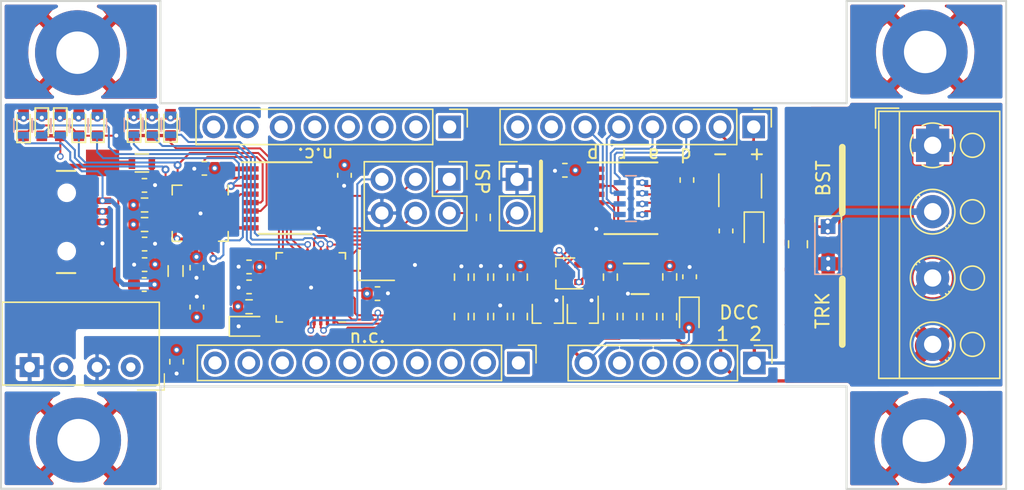
<source format=kicad_pcb>
(kicad_pcb (version 20171130) (host pcbnew "(5.1.12)-1")
  (title_block (title "RTB - C02") (date 2024-07-14) (rev 0) (company "Frank Schumacher") (comment 1 "DCC/Railcom logger") (comment 4 "Licensed under the Apache License, Version 2.0"))
  (layers (0 F.Cu signal) (1 In1.Cu signal) (2 In2.Cu signal) (31 B.Cu signal) (34 B.Paste user hide) (35 F.Paste user hide) (36 B.SilkS user) (37 F.SilkS user) (38 B.Mask user hide) (39 F.Mask user hide) (44 Edge.Cuts user))
  (net 0 "")
  (net 1 "Net-(C1-Pad1)")
  (net 2 DCC-1)
  (net 3 DCC-2)
  (net 4 DCCpin)
  (net 5 PWRpin)
  (net 6 ALGpin)
  (net 7 5V)
  (net 8 "Net-(J1-Pad6)")
  (net 9 "Net-(R16-Pad1)")
  (net 10 GNDS)
  (net 11 VCCIO)
  (net 12 "Net-(D11-Pad1)")
  (net 13 "Net-(R22-Pad2)")
  (net 14 "Net-(D12-Pad1)")
  (net 15 /CPU/XTAL2)
  (net 16 /CPU/XTAL1)
  (net 17 /CPU/HBT)
  (net 18 ~RESET)
  (net 19 GNDD)
  (net 20 VTRACK)
  (net 21 "Net-(R23-Pad2)")
  (net 22 "Net-(R20-Pad1)")
  (net 23 "Net-(U6-Pad2)")
  (net 24 ~RTS)
  (net 25 RxD)
  (net 26 TxD)
  (net 27 ~CTS)
  (net 28 "Net-(U6-Pad15)")
  (net 29 /CPU/DBG)
  (net 30 "Net-(C15-Pad2)")
  (net 31 "Net-(C14-Pad2)")
  (net 32 "Net-(C11-Pad1)")
  (net 33 VUSB)
  (net 34 /USB/VBUS)
  (net 35 "Net-(D15-Pad2)")
  (net 36 "Net-(D13-Pad2)")
  (net 37 "Net-(D14-Pad2)")
  (net 38 "Net-(D16-Pad2)")
  (net 39 "Net-(R30-Pad2)")
  (net 40 "Net-(D18-Pad2)")
  (net 41 "Net-(D17-Pad2)")
  (net 42 "Net-(R29-Pad2)")
  (net 43 ISPen)
  (net 44 "Net-(J7-Pad1)")
  (net 45 "Net-(J8-Pad1)")
  (net 46 "Net-(J10-Pad1)")
  (net 47 "Net-(J9-Pad1)")
  (net 48 "Net-(D5-Pad2)")
  (net 49 "Net-(R4-Pad2)")
  (net 50 "Net-(R5-Pad2)")
  (net 51 "Net-(R6-Pad2)")
  (net 52 "Net-(R33-Pad2)")
  (net 53 VCCio)
  (net 54 GNDio)
  (net 55 RCMrx)
  (net 56 RCMpol)
  (net 57 "Net-(D8-Pad2)")
  (net 58 /Connectors/bstDCC-1)
  (net 59 "Net-(J4-Pad3)")
  (net 60 "Net-(J4-Pad4)")
  (net 61 "Net-(J4-Pad5)")
  (net 62 "Net-(J4-Pad6)")
  (net 63 "Net-(RN1-Pad4)")
  (net 64 "Net-(RN1-Pad1)")
  (net 65 "Net-(RN1-Pad3)")
  (net 66 "Net-(RN1-Pad2)")
  (net 67 ACK)
  (net 68 "Net-(C19-Pad2)")
  (net 69 "Net-(C2-Pad2)")
  (module Diode_SMD:D_0603_1608Metric (layer F.Cu) (at 101.4476 40.3225 270)
    (fp_text reference D2)
    (fp_text value D_Schottky)
    (pad 2 smd roundrect (at 0.7875 0 270) (size 0.875 0.95) (layers F.Cu F.Paste F.Mask) (net 53 VCCio))
    (pad 1 smd roundrect (at -0.7875 0 270) (size 0.875 0.95) (layers F.Cu F.Paste F.Mask) (net 69 "Net-(C2-Pad2)"))
  )
  (module Capacitor_SMD:C_0603_1608Metric (layer F.Cu) (at 99.3394 40.259 90)
    (fp_text reference C2)
    (fp_text value 10u/25V)
    (pad 2 smd roundrect (at 0.775 0 90) (size 0.9 0.95) (layers F.Cu F.Paste F.Mask) (net 69 "Net-(C2-Pad2)"))
    (pad 1 smd roundrect (at -0.775 0 90) (size 0.9 0.95) (layers F.Cu F.Paste F.Mask) (net 54 GNDio))
  )
  (module Package_TO_SOT_SMD:SOT-23-5 (layer F.Cu) (at 100.4062 36.8681 90)
    (fp_text reference U3)
    (fp_text value MIC5235-5.0)
    (pad 5 smd rect (at 1.1 -0.95 90) (size 1.06 0.65) (layers F.Cu F.Paste F.Mask) (net 68 "Net-(C19-Pad2)"))
    (pad 4 smd rect (at 1.1 0.95 90) (size 1.06 0.65) (layers F.Cu F.Paste F.Mask))
    (pad 3 smd rect (at -1.1 0.95 90) (size 1.06 0.65) (layers F.Cu F.Paste F.Mask) (net 69 "Net-(C2-Pad2)"))
    (pad 2 smd rect (at -1.1 0 90) (size 1.06 0.65) (layers F.Cu F.Paste F.Mask) (net 54 GNDio))
    (pad 1 smd rect (at -1.1 -0.95 90) (size 1.06 0.65) (layers F.Cu F.Paste F.Mask) (net 69 "Net-(C2-Pad2)"))
  )
  (module Diode_SMD:D_SOD-123F (layer B.Cu) (at 107.0356 41.3258 90)
    (fp_text reference D19)
    (fp_text value SS34FA)
    (pad 2 smd rect (at 1.4 0 90) (size 1.1 1.1) (layers B.Cu B.Paste B.Mask) (net 58 /Connectors/bstDCC-1))
    (pad 1 smd rect (at -1.4 0 90) (size 1.1 1.1) (layers B.Cu B.Paste B.Mask) (net 2 DCC-1))
  )
  (module Resistor_SMD:R_Array_Concave_4x0603 (layer B.Cu) (at 92.1766 37.8206 180)
    (fp_text reference RN1)
    (fp_text value 4.7k)
    (pad 5 smd rect (at 0.85 -1.2 180) (size 0.9 0.4) (layers B.Cu B.Paste B.Mask) (net 62 "Net-(J4-Pad6)"))
    (pad 6 smd rect (at 0.85 -0.4 180) (size 0.9 0.4) (layers B.Cu B.Paste B.Mask) (net 61 "Net-(J4-Pad5)"))
    (pad 7 smd rect (at 0.85 0.4 180) (size 0.9 0.4) (layers B.Cu B.Paste B.Mask) (net 60 "Net-(J4-Pad4)"))
    (pad 8 smd rect (at 0.85 1.2 180) (size 0.9 0.4) (layers B.Cu B.Paste B.Mask) (net 59 "Net-(J4-Pad3)"))
    (pad 4 smd rect (at -0.85 -1.2 180) (size 0.9 0.4) (layers B.Cu B.Paste B.Mask) (net 63 "Net-(RN1-Pad4)"))
    (pad 1 smd rect (at -0.85 1.2 180) (size 0.9 0.4) (layers B.Cu B.Paste B.Mask) (net 64 "Net-(RN1-Pad1)"))
    (pad 3 smd rect (at -0.85 -0.4 180) (size 0.9 0.4) (layers B.Cu B.Paste B.Mask) (net 65 "Net-(RN1-Pad3)"))
    (pad 2 smd rect (at -0.85 0.4 180) (size 0.9 0.4) (layers B.Cu B.Paste B.Mask) (net 66 "Net-(RN1-Pad2)"))
  )
  (module Diode_SMD:D_SOD-123F (layer F.Cu) (at 107.0356 41.3385 270)
    (fp_text reference D10)
    (fp_text value SS34FA)
    (pad 2 smd rect (at 1.4 0 270) (size 1.1 1.1) (layers F.Cu F.Paste F.Mask) (net 2 DCC-1))
    (pad 1 smd rect (at -1.4 0 270) (size 1.1 1.1) (layers F.Cu F.Paste F.Mask) (net 58 /Connectors/bstDCC-1))
  )
  (module Resistor_SMD:R_0603_1608Metric (layer F.Cu) (at 55.5244 38.3032 180)
    (fp_text reference R20)
    (fp_text value 27)
    (pad 2 smd roundrect (at 0.825 0 180) (size 0.8 0.95) (layers F.Cu F.Paste F.Mask) (net 30 "Net-(C15-Pad2)"))
    (pad 1 smd roundrect (at -0.825 0 180) (size 0.8 0.95) (layers F.Cu F.Paste F.Mask) (net 22 "Net-(R20-Pad1)"))
  )
  (module Resistor_SMD:R_0603_1608Metric (layer F.Cu) (at 55.5244 39.7764 180)
    (fp_text reference R16)
    (fp_text value 27)
    (pad 2 smd roundrect (at 0.825 0 180) (size 0.8 0.95) (layers F.Cu F.Paste F.Mask) (net 31 "Net-(C14-Pad2)"))
    (pad 1 smd roundrect (at -0.825 0 180) (size 0.8 0.95) (layers F.Cu F.Paste F.Mask) (net 9 "Net-(R16-Pad1)"))
  )
  (module Inductor_SMD:L_0805_2012Metric (layer F.Cu) (at 57.8612 43.2816 90)
    (fp_text reference L1)
    (fp_text value Ferrite_Bead)
    (pad 2 smd roundrect (at 1.0625 0 90) (size 0.875 1.2) (layers F.Cu F.Paste F.Mask) (net 33 VUSB))
    (pad 1 smd roundrect (at -1.0625 0 90) (size 0.875 1.2) (layers F.Cu F.Paste F.Mask) (net 34 /USB/VBUS))
  )
  (module Capacitor_SMD:C_0603_1608Metric (layer F.Cu) (at 59.4614 45.9994 90)
    (fp_text reference C6)
    (fp_text value 4.7u/25V)
    (pad 2 smd roundrect (at 0.775 0 90) (size 0.9 0.95) (layers F.Cu F.Paste F.Mask) (net 10 GNDS))
    (pad 1 smd roundrect (at -0.775 0 90) (size 0.9 0.95) (layers F.Cu F.Paste F.Mask) (net 33 VUSB))
  )
  (module Capacitor_SMD:C_0603_1608Metric (layer F.Cu) (at 55.499 44.2976)
    (fp_text reference C5)
    (fp_text value 100n)
    (pad 2 smd roundrect (at 0.775 0) (size 0.9 0.95) (layers F.Cu F.Paste F.Mask) (net 34 /USB/VBUS))
    (pad 1 smd roundrect (at -0.775 0) (size 0.9 0.95) (layers F.Cu F.Paste F.Mask) (net 10 GNDS))
  )
  (module LED_SMD:LED_0603_1608Metric (layer F.Cu) (at 63.3983 47.4472)
    (fp_text reference D16)
    (fp_text value "LED(grn)")
    (pad 2 smd roundrect (at 0.7875 0) (size 0.875 0.95) (layers F.Cu F.Paste F.Mask) (net 38 "Net-(D16-Pad2)"))
    (pad 1 smd roundrect (at -0.7875 0) (size 0.875 0.95) (layers F.Cu F.Paste F.Mask) (net 19 GNDD))
  )
  (module Resistor_SMD:R_0603_1608Metric (layer F.Cu) (at 63.3984 45.974)
    (fp_text reference R28)
    (fp_text value 100k)
    (pad 2 smd roundrect (at 0.825 0) (size 0.8 0.95) (layers F.Cu F.Paste F.Mask) (net 38 "Net-(D16-Pad2)"))
    (pad 1 smd roundrect (at -0.825 0) (size 0.8 0.95) (layers F.Cu F.Paste F.Mask) (net 7 5V))
  )
  (module Capacitor_SMD:C_0603_1608Metric (layer F.Cu) (at 96.5962 43.7134 90)
    (fp_text reference C1)
    (fp_text value 1u/35V)
    (pad 2 smd roundrect (at 0.775 0 90) (size 0.9 0.95) (layers F.Cu F.Paste F.Mask) (net 19 GNDD))
    (pad 1 smd roundrect (at -0.775 0 90) (size 0.9 0.95) (layers F.Cu F.Paste F.Mask) (net 1 "Net-(C1-Pad1)"))
  )
  (module Diode_SMD:D_0603_1608Metric (layer F.Cu) (at 96.5708 46.736 270)
    (fp_text reference D1)
    (fp_text value D_Schottky)
    (pad 2 smd roundrect (at 0.7875 0 270) (size 0.875 0.95) (layers F.Cu F.Paste F.Mask) (net 20 VTRACK))
    (pad 1 smd roundrect (at -0.7875 0 270) (size 0.875 0.95) (layers F.Cu F.Paste F.Mask) (net 1 "Net-(C1-Pad1)"))
  )
  (module Connector_PinHeader_2.54mm:PinHeader_2x03_P2.54mm_Vertical (layer F.Cu) (at 78.486 36.3728 270)
    (fp_text reference J11)
    (fp_text value ISP)
    (pad 6 thru_hole oval (at 2.54 5.08 270) (size 1.7 1.7) (drill 1) (layers *.Cu *.Mask) (net 19 GNDD))
    (pad 5 thru_hole oval (at 0 5.08 270) (size 1.7 1.7) (drill 1) (layers *.Cu *.Mask) (net 18 ~RESET))
    (pad 4 thru_hole oval (at 2.54 2.54 270) (size 1.7 1.7) (drill 1) (layers *.Cu *.Mask) (net 26 TxD))
    (pad 3 thru_hole oval (at 0 2.54 270) (size 1.7 1.7) (drill 1) (layers *.Cu *.Mask) (net 27 ~CTS))
    (pad 2 thru_hole oval (at 2.54 0 270) (size 1.7 1.7) (drill 1) (layers *.Cu *.Mask) (net 7 5V))
    (pad 1 thru_hole rect (at 0 0 270) (size 1.7 1.7) (drill 1) (layers *.Cu *.Mask) (net 25 RxD))
  )
  (module Capacitor_SMD:C_0603_1608Metric (layer F.Cu) (at 70.5866 36.068 90)
    (fp_text reference C10)
    (fp_text value 1u)
    (pad 2 smd roundrect (at 0.775 0 90) (size 0.9 0.95) (layers F.Cu F.Paste F.Mask) (net 7 5V))
    (pad 1 smd roundrect (at -0.775 0 90) (size 0.9 0.95) (layers F.Cu F.Paste F.Mask) (net 19 GNDD))
  )
  (module Resistor_SMD:R_0603_1608Metric (layer F.Cu) (at 81.0514 39.243 90)
    (fp_text reference R31)
    (fp_text value 4.7k)
    (pad 2 smd roundrect (at 0.825 0 90) (size 0.8 0.95) (layers F.Cu F.Paste F.Mask) (net 7 5V))
    (pad 1 smd roundrect (at -0.825 0 90) (size 0.8 0.95) (layers F.Cu F.Paste F.Mask) (net 43 ISPen))
  )
  (module Connector_PinHeader_2.54mm:PinHeader_1x02_P2.54mm_Vertical (layer F.Cu) (at 83.5914 36.3728)
    (fp_text reference J12)
    (fp_text value Conn_01x02)
    (pad 2 thru_hole oval (at 0 2.54) (size 1.7 1.7) (drill 1) (layers *.Cu *.Mask) (net 43 ISPen))
    (pad 1 thru_hole rect (at 0 0) (size 1.7 1.7) (drill 1) (layers *.Cu *.Mask) (net 19 GNDD))
  )
  (module Pin_Headers:Pin_Header_Straight_1x08_Pitch2.54mm (layer F.Cu) (at 78.5114 32.4206 270)
    (fp_text reference J5 hide)
    (fp_text value Conn_01x08_Male)
    (pad 8 thru_hole oval (at 0 17.78 270) (size 1.7 1.7) (drill 1) (layers *.Cu *.Mask))
    (pad 7 thru_hole oval (at 0 15.24 270) (size 1.7 1.7) (drill 1) (layers *.Cu *.Mask))
    (pad 6 thru_hole oval (at 0 12.7 270) (size 1.7 1.7) (drill 1) (layers *.Cu *.Mask))
    (pad 5 thru_hole oval (at 0 10.16 270) (size 1.7 1.7) (drill 1) (layers *.Cu *.Mask))
    (pad 4 thru_hole oval (at 0 7.62 270) (size 1.7 1.7) (drill 1) (layers *.Cu *.Mask))
    (pad 3 thru_hole oval (at 0 5.08 270) (size 1.7 1.7) (drill 1) (layers *.Cu *.Mask))
    (pad 2 thru_hole oval (at 0 2.54 270) (size 1.7 1.7) (drill 1) (layers *.Cu *.Mask))
    (pad 1 thru_hole rect (at 0 0 270) (size 1.7 1.7) (drill 1) (layers *.Cu *.Mask))
  )
  (module Capacitor_SMD:C_0603_1608Metric (layer F.Cu) (at 96.393 36.4236 90)
    (fp_text reference C19 hide)
    (fp_text value 1u)
    (pad 2 smd roundrect (at 0.7875 0 90) (size 0.875 0.95) (layers F.Cu F.Paste F.Mask) (net 68 "Net-(C19-Pad2)"))
    (pad 1 smd roundrect (at -0.7875 0 90) (size 0.875 0.95) (layers F.Cu F.Paste F.Mask) (net 54 GNDio))
  )
  (module Capacitor_SMD:C_0603_1608Metric (layer F.Cu) (at 63.3984 42.97172)
    (fp_text reference C16 hide)
    (fp_text value 1u)
    (pad 2 smd roundrect (at 0.7875 0) (size 0.875 0.95) (layers F.Cu F.Paste F.Mask) (net 7 5V))
    (pad 1 smd roundrect (at -0.7875 0) (size 0.875 0.95) (layers F.Cu F.Paste F.Mask) (net 19 GNDD))
  )
  (module Pin_Headers:Pin_Header_Straight_1x10_Pitch2.54mm (layer F.Cu) (at 83.693 50.2006 270)
    (fp_text reference J2 hide)
    (fp_text value Conn_01x10_Male)
    (pad 1 thru_hole rect (at 0 0 270) (size 1.7 1.7) (drill 1) (layers *.Cu *.Mask))
    (pad 2 thru_hole oval (at 0 2.54 270) (size 1.7 1.7) (drill 1) (layers *.Cu *.Mask))
    (pad 3 thru_hole oval (at 0 5.08 270) (size 1.7 1.7) (drill 1) (layers *.Cu *.Mask))
    (pad 4 thru_hole oval (at 0 7.62 270) (size 1.7 1.7) (drill 1) (layers *.Cu *.Mask))
    (pad 5 thru_hole oval (at 0 10.16 270) (size 1.7 1.7) (drill 1) (layers *.Cu *.Mask))
    (pad 6 thru_hole oval (at 0 12.7 270) (size 1.7 1.7) (drill 1) (layers *.Cu *.Mask))
    (pad 7 thru_hole oval (at 0 15.24 270) (size 1.7 1.7) (drill 1) (layers *.Cu *.Mask))
    (pad 8 thru_hole oval (at 0 17.78 270) (size 1.7 1.7) (drill 1) (layers *.Cu *.Mask))
    (pad 9 thru_hole oval (at 0 20.32 270) (size 1.7 1.7) (drill 1) (layers *.Cu *.Mask))
    (pad 10 thru_hole oval (at 0 22.86 270) (size 1.7 1.7) (drill 1) (layers *.Cu *.Mask))
  )
  (module Resistor_SMD:R_0603_1608Metric (layer F.Cu) (at 80.8736 43.7388 90)
    (fp_text reference R14)
    (fp_text value 10k)
    (pad 2 smd roundrect (at 0.825 0 90) (size 0.8 0.95) (layers F.Cu F.Paste F.Mask) (net 19 GNDD))
    (pad 1 smd roundrect (at -0.825 0 90) (size 0.8 0.95) (layers F.Cu F.Paste F.Mask) (net 6 ALGpin))
  )
  (module Resistor_SMD:R_0603_1608Metric (layer F.Cu) (at 79.4004 43.7388 90)
    (fp_text reference R12)
    (fp_text value 100k)
    (pad 2 smd roundrect (at 0.825 0 90) (size 0.8 0.95) (layers F.Cu F.Paste F.Mask) (net 19 GNDD))
    (pad 1 smd roundrect (at -0.825 0 90) (size 0.8 0.95) (layers F.Cu F.Paste F.Mask) (net 5 PWRpin))
  )
  (module Resistor_SMD:R_0603_1608Metric (layer F.Cu) (at 82.3468 43.7388 90)
    (fp_text reference R10)
    (fp_text value 100k)
    (pad 2 smd roundrect (at 0.825 0 90) (size 0.8 0.95) (layers F.Cu F.Paste F.Mask) (net 19 GNDD))
    (pad 1 smd roundrect (at -0.825 0 90) (size 0.8 0.95) (layers F.Cu F.Paste F.Mask) (net 4 DCCpin))
  )
  (module Resistor_SMD:R_0603_1608Metric (layer F.Cu) (at 80.8736 46.7106 90)
    (fp_text reference R13)
    (fp_text value 220k)
    (pad 2 smd roundrect (at 0.825 0 90) (size 0.8 0.95) (layers F.Cu F.Paste F.Mask) (net 6 ALGpin))
    (pad 1 smd roundrect (at -0.825 0 90) (size 0.8 0.95) (layers F.Cu F.Paste F.Mask) (net 20 VTRACK))
  )
  (module Resistor_SMD:R_0603_1608Metric (layer F.Cu) (at 79.4004 46.7106 90)
    (fp_text reference R11)
    (fp_text value 33k)
    (pad 2 smd roundrect (at 0.825 0 90) (size 0.8 0.95) (layers F.Cu F.Paste F.Mask) (net 5 PWRpin))
    (pad 1 smd roundrect (at -0.825 0 90) (size 0.8 0.95) (layers F.Cu F.Paste F.Mask) (net 20 VTRACK))
  )
  (module Resistor_SMD:R_0603_1608Metric (layer F.Cu) (at 83.8454 46.7106 90)
    (fp_text reference R9)
    (fp_text value 33k)
    (pad 2 smd roundrect (at 0.825 0 90) (size 0.8 0.95) (layers F.Cu F.Paste F.Mask) (net 4 DCCpin))
    (pad 1 smd roundrect (at -0.825 0 90) (size 0.8 0.95) (layers F.Cu F.Paste F.Mask) (net 2 DCC-1))
  )
  (module Resistor_SMD:R_0603_1608Metric (layer F.Cu) (at 82.3468 46.7106 90)
    (fp_text reference R32)
    (fp_text value 10k)
    (pad 2 smd roundrect (at 0.825 0 90) (size 0.8 0.95) (layers F.Cu F.Paste F.Mask) (net 19 GNDD))
    (pad 1 smd roundrect (at -0.825 0 90) (size 0.8 0.95) (layers F.Cu F.Paste F.Mask) (net 20 VTRACK))
  )
  (module Resistor_SMD:R_0603_1608Metric (layer F.Cu) (at 83.8454 43.7388 270)
    (fp_text reference R19)
    (fp_text value 3.3k)
    (pad 2 smd roundrect (at 0.825 0 270) (size 0.8 0.95) (layers F.Cu F.Paste F.Mask) (net 55 RCMrx))
    (pad 1 smd roundrect (at -0.825 0 270) (size 0.8 0.95) (layers F.Cu F.Paste F.Mask) (net 7 5V))
  )
  (module Crystal:Crystal_SMD_2016-4Pin_2.0x1.6mm (layer F.Cu) (at 72.99452 42.83456)
    (fp_text reference Y1)
    (fp_text value "16Mhz, 6pF")
    (pad 4 smd rect (at -0.7 -0.55) (size 0.9 0.8) (layers F.Cu F.Paste F.Mask))
    (pad 3 smd rect (at 0.7 -0.55) (size 0.9 0.8) (layers F.Cu F.Paste F.Mask) (net 15 /CPU/XTAL2))
    (pad 2 smd rect (at 0.7 0.55) (size 0.9 0.8) (layers F.Cu F.Paste F.Mask))
    (pad 1 smd rect (at -0.7 0.55) (size 0.9 0.8) (layers F.Cu F.Paste F.Mask) (net 16 /CPU/XTAL1))
  )
  (module Package_DFN_QFN:QFN-16-1EP_4x4mm_P0.65mm_EP2.5x2.5mm (layer F.Cu) (at 59.7154 38.923 270)
    (fp_text reference U6)
    (fp_text value FT230XQ)
    (pad 17 smd rect (at 0 0 270) (size 2.5 2.5) (layers F.Cu F.Mask) (net 10 GNDS))
    (pad 16 smd roundrect (at -0.975 -1.9375 270) (size 0.3 0.825) (layers F.Cu F.Paste F.Mask) (net 42 "Net-(R29-Pad2)"))
    (pad 15 smd roundrect (at -0.325 -1.9375 270) (size 0.3 0.825) (layers F.Cu F.Paste F.Mask) (net 28 "Net-(U6-Pad15)"))
    (pad 14 smd roundrect (at 0.325 -1.9375 270) (size 0.3 0.825) (layers F.Cu F.Paste F.Mask))
    (pad 13 smd roundrect (at 0.975 -1.9375 270) (size 0.3 0.825) (layers F.Cu F.Paste F.Mask) (net 10 GNDS))
    (pad 12 smd roundrect (at 1.9375 -0.975 270) (size 0.825 0.3) (layers F.Cu F.Paste F.Mask))
    (pad 11 smd roundrect (at 1.9375 -0.325 270) (size 0.825 0.3) (layers F.Cu F.Paste F.Mask) (net 13 "Net-(R22-Pad2)"))
    (pad 10 smd roundrect (at 1.9375 0.325 270) (size 0.825 0.3) (layers F.Cu F.Paste F.Mask) (net 33 VUSB))
    (pad 9 smd roundrect (at 1.9375 0.975 270) (size 0.825 0.3) (layers F.Cu F.Paste F.Mask) (net 11 VCCIO))
    (pad 8 smd roundrect (at 0.975 1.9375 270) (size 0.3 0.825) (layers F.Cu F.Paste F.Mask) (net 11 VCCIO))
    (pad 7 smd roundrect (at 0.325 1.9375 270) (size 0.3 0.825) (layers F.Cu F.Paste F.Mask) (net 9 "Net-(R16-Pad1)"))
    (pad 6 smd roundrect (at -0.325 1.9375 270) (size 0.3 0.825) (layers F.Cu F.Paste F.Mask) (net 22 "Net-(R20-Pad1)"))
    (pad 5 smd roundrect (at -0.975 1.9375 270) (size 0.3 0.825) (layers F.Cu F.Paste F.Mask) (net 21 "Net-(R23-Pad2)"))
    (pad 4 smd roundrect (at -1.9375 0.975 270) (size 0.825 0.3) (layers F.Cu F.Paste F.Mask) (net 39 "Net-(R30-Pad2)"))
    (pad 3 smd roundrect (at -1.9375 0.325 270) (size 0.825 0.3) (layers F.Cu F.Paste F.Mask) (net 10 GNDS))
    (pad 2 smd roundrect (at -1.9375 -0.325 270) (size 0.825 0.3) (layers F.Cu F.Paste F.Mask) (net 23 "Net-(U6-Pad2)"))
    (pad 1 smd roundrect (at -1.9375 -0.975 270) (size 0.825 0.3) (layers F.Cu F.Paste F.Mask) (net 11 VCCIO))
  )
  (module RTB:DCDC-Conv_muRata_NMAxxxxSC (layer F.Cu) (at 54.483 50.5206 270)
    (fp_text reference U2)
    (fp_text value NME0505SC)
    (pad 4 thru_hole oval (at 0 0 270) (size 1.5 1.5) (drill 0.7) (layers *.Cu *.Mask) (net 7 5V))
    (pad 2 thru_hole oval (at 0 5.08 270) (size 1.5 1.5) (drill 0.7) (layers *.Cu *.Mask) (net 33 VUSB))
    (pad 3 thru_hole oval (at 0 2.54 270) (size 1.5 1.5) (drill 0.8) (layers *.Cu *.Mask) (net 19 GNDD))
    (pad 1 thru_hole rect (at 0 7.62 270) (size 1.5 1.5) (drill 0.8) (layers *.Cu *.Mask) (net 10 GNDS))
  )
  (module Resistor_SMD:R_0603_1608Metric (layer F.Cu) (at 90.6272 43.7388 270)
    (fp_text reference R33)
    (fp_text value 100k)
    (pad 2 smd roundrect (at 0.825 0 270) (size 0.8 0.95) (layers F.Cu F.Paste F.Mask) (net 52 "Net-(R33-Pad2)"))
    (pad 1 smd roundrect (at -0.825 0 270) (size 0.8 0.95) (layers F.Cu F.Paste F.Mask) (net 7 5V))
  )
  (module Resistor_SMD:R_0603_1608Metric (layer F.Cu) (at 90.6272 46.7106 90)
    (fp_text reference R8 hide)
    (fp_text value 1k)
    (pad 2 smd roundrect (at 0.825 0 90) (size 0.8 0.95) (layers F.Cu F.Paste F.Mask) (net 52 "Net-(R33-Pad2)"))
    (pad 1 smd roundrect (at -0.825 0 90) (size 0.8 0.95) (layers F.Cu F.Paste F.Mask) (net 3 DCC-2))
  )
  (module Resistor_SMD:R_0603_1608Metric (layer F.Cu) (at 95.0976 43.7236 270)
    (fp_text reference R7)
    (fp_text value 100k)
    (pad 2 smd roundrect (at 0.825 0 270) (size 0.8 0.95) (layers F.Cu F.Paste F.Mask) (net 50 "Net-(R5-Pad2)"))
    (pad 1 smd roundrect (at -0.825 0 270) (size 0.8 0.95) (layers F.Cu F.Paste F.Mask) (net 7 5V))
  )
  (module Resistor_SMD:R_0603_1608Metric (layer F.Cu) (at 92.1004 46.7106 90)
    (fp_text reference R6)
    (fp_text value 1k)
    (pad 2 smd roundrect (at 0.825 0 90) (size 0.8 0.95) (layers F.Cu F.Paste F.Mask) (net 51 "Net-(R6-Pad2)"))
    (pad 1 smd roundrect (at -0.825 0 90) (size 0.8 0.95) (layers F.Cu F.Paste F.Mask) (net 2 DCC-1))
  )
  (module Resistor_SMD:R_0603_1608Metric (layer F.Cu) (at 95.0976 46.7208 90)
    (fp_text reference R5)
    (fp_text value 1k)
    (pad 2 smd roundrect (at 0.825 0 90) (size 0.8 0.95) (layers F.Cu F.Paste F.Mask) (net 50 "Net-(R5-Pad2)"))
    (pad 1 smd roundrect (at -0.825 0 90) (size 0.8 0.95) (layers F.Cu F.Paste F.Mask) (net 2 DCC-1))
  )
  (module Resistor_SMD:R_0603_1608Metric (layer F.Cu) (at 93.599 46.7106 90)
    (fp_text reference R4 hide)
    (fp_text value 1k)
    (pad 2 smd roundrect (at 0.825 0 90) (size 0.8 0.95) (layers F.Cu F.Paste F.Mask) (net 49 "Net-(R4-Pad2)"))
    (pad 1 smd roundrect (at -0.825 0 90) (size 0.8 0.95) (layers F.Cu F.Paste F.Mask) (net 3 DCC-2))
  )
  (module RTB:USB_Micro-B_Reichelt_BWM_SMD (layer F.Cu) (at 49.657 39.5834 270)
    (fp_text reference J1)
    (fp_text value USB_B_Mini)
    (pad 6 smd rect (at 4.5 2.7 270) (size 2 2.5) (layers F.Cu F.Paste F.Mask) (net 8 "Net-(J1-Pad6)"))
    (pad 6 smd rect (at -4.5 2.7 270) (size 2 2.5) (layers F.Cu F.Paste F.Mask) (net 8 "Net-(J1-Pad6)"))
    (pad 6 smd rect (at -4.45 -2.7 270) (size 2 2.5) (layers F.Cu F.Paste F.Mask) (net 8 "Net-(J1-Pad6)"))
    (pad 6 smd rect (at 4.45 -2.7 270) (size 2 2.5) (layers F.Cu F.Paste F.Mask) (net 8 "Net-(J1-Pad6)"))
    (pad 1 smd rect (at -1.6 -2.7 270) (size 0.5 1.3) (layers F.Cu F.Paste F.Mask) (net 34 /USB/VBUS))
    (pad 2 smd rect (at -0.8 -2.7 270) (size 0.5 1.3) (layers F.Cu F.Paste F.Mask) (net 31 "Net-(C14-Pad2)"))
    (pad 3 smd rect (at 0 -2.7 270) (size 0.5 1.3) (layers F.Cu F.Paste F.Mask) (net 30 "Net-(C15-Pad2)"))
    (pad 4 smd rect (at 0.8 -2.7 270) (size 0.5 1.3) (layers F.Cu F.Paste F.Mask))
    (pad 5 smd rect (at 1.6 -2.7 270) (size 0.5 1.3) (layers F.Cu F.Paste F.Mask) (net 10 GNDS))
    (pad "" np_thru_hole circle (at -2.2 0 270) (size 1 1) (drill 1) (layers *.Cu *.Mask))
    (pad "" np_thru_hole circle (at 2.2 0 270) (size 1 1) (drill 1) (layers *.Cu *.Mask))
  )
  (module Package_DFN_QFN:QFN-32-1EP_5x5mm_P0.5mm_EP3.1x3.1mm (layer F.Cu) (at 68.05168 44.51096 180)
    (fp_text reference U1 hide)
    (fp_text value ATmega328PB-MU)
    (pad 32 smd roundrect (at -1.75 -2.4375 180) (size 0.25 0.875) (layers F.Cu F.Paste F.Mask) (net 5 PWRpin))
    (pad 31 smd roundrect (at -1.25 -2.4375 180) (size 0.25 0.875) (layers F.Cu F.Paste F.Mask))
    (pad 30 smd roundrect (at -0.75 -2.4375 180) (size 0.25 0.875) (layers F.Cu F.Paste F.Mask) (net 55 RCMrx))
    (pad 29 smd roundrect (at -0.25 -2.4375 180) (size 0.25 0.875) (layers F.Cu F.Paste F.Mask) (net 18 ~RESET))
    (pad 28 smd roundrect (at 0.25 -2.4375 180) (size 0.25 0.875) (layers F.Cu F.Paste F.Mask))
    (pad 27 smd roundrect (at 0.75 -2.4375 180) (size 0.25 0.875) (layers F.Cu F.Paste F.Mask))
    (pad 26 smd roundrect (at 1.25 -2.4375 180) (size 0.25 0.875) (layers F.Cu F.Paste F.Mask))
    (pad 25 smd roundrect (at 1.75 -2.4375 180) (size 0.25 0.875) (layers F.Cu F.Paste F.Mask) (net 6 ALGpin))
    (pad 24 smd roundrect (at 2.4375 -1.75 180) (size 0.875 0.25) (layers F.Cu F.Paste F.Mask))
    (pad 23 smd roundrect (at 2.4375 -1.25 180) (size 0.875 0.25) (layers F.Cu F.Paste F.Mask))
    (pad 22 smd roundrect (at 2.4375 -0.75 180) (size 0.875 0.25) (layers F.Cu F.Paste F.Mask))
    (pad 21 smd roundrect (at 2.4375 -0.25 180) (size 0.875 0.25) (layers F.Cu F.Paste F.Mask) (net 19 GNDD))
    (pad 20 smd roundrect (at 2.4375 0.25 180) (size 0.875 0.25) (layers F.Cu F.Paste F.Mask) (net 32 "Net-(C11-Pad1)"))
    (pad 19 smd roundrect (at 2.4375 0.75 180) (size 0.875 0.25) (layers F.Cu F.Paste F.Mask))
    (pad 18 smd roundrect (at 2.4375 1.25 180) (size 0.875 0.25) (layers F.Cu F.Paste F.Mask) (net 7 5V))
    (pad 17 smd roundrect (at 2.4375 1.75 180) (size 0.875 0.25) (layers F.Cu F.Paste F.Mask) (net 27 ~CTS))
    (pad 16 smd roundrect (at 1.75 2.4375 180) (size 0.25 0.875) (layers F.Cu F.Paste F.Mask) (net 25 RxD))
    (pad 15 smd roundrect (at 1.25 2.4375 180) (size 0.25 0.875) (layers F.Cu F.Paste F.Mask) (net 26 TxD))
    (pad 14 smd roundrect (at 0.75 2.4375 180) (size 0.25 0.875) (layers F.Cu F.Paste F.Mask) (net 24 ~RTS))
    (pad 13 smd roundrect (at 0.25 2.4375 180) (size 0.25 0.875) (layers F.Cu F.Paste F.Mask) (net 17 /CPU/HBT))
    (pad 12 smd roundrect (at -0.25 2.4375 180) (size 0.25 0.875) (layers F.Cu F.Paste F.Mask) (net 4 DCCpin))
    (pad 11 smd roundrect (at -0.75 2.4375 180) (size 0.25 0.875) (layers F.Cu F.Paste F.Mask) (net 29 /CPU/DBG))
    (pad 10 smd roundrect (at -1.25 2.4375 180) (size 0.25 0.875) (layers F.Cu F.Paste F.Mask) (net 67 ACK))
    (pad 9 smd roundrect (at -1.75 2.4375 180) (size 0.25 0.875) (layers F.Cu F.Paste F.Mask))
    (pad 8 smd roundrect (at -2.4375 1.75 180) (size 0.875 0.25) (layers F.Cu F.Paste F.Mask) (net 15 /CPU/XTAL2))
    (pad 7 smd roundrect (at -2.4375 1.25 180) (size 0.875 0.25) (layers F.Cu F.Paste F.Mask) (net 16 /CPU/XTAL1))
    (pad 6 smd roundrect (at -2.4375 0.75 180) (size 0.875 0.25) (layers F.Cu F.Paste F.Mask))
    (pad 5 smd roundrect (at -2.4375 0.25 180) (size 0.875 0.25) (layers F.Cu F.Paste F.Mask) (net 19 GNDD))
    (pad 4 smd roundrect (at -2.4375 -0.25 180) (size 0.875 0.25) (layers F.Cu F.Paste F.Mask) (net 7 5V))
    (pad 3 smd roundrect (at -2.4375 -0.75 180) (size 0.875 0.25) (layers F.Cu F.Paste F.Mask) (net 55 RCMrx))
    (pad 2 smd roundrect (at -2.4375 -1.25 180) (size 0.875 0.25) (layers F.Cu F.Paste F.Mask))
    (pad 1 smd roundrect (at -2.4375 -1.75 180) (size 0.875 0.25) (layers F.Cu F.Paste F.Mask) (net 56 RCMpol))
    (pad 33 smd roundrect (at 0 0 180) (size 3.1 3.1) (layers F.Cu F.Mask) (roundrect_rratio 0.081) (net 19 GNDD))
  )
  (module MountingHole:MountingHole_3.2mm_M3_Pad (layer F.Cu) (at 50.55108 56.02224)
    (fp_text reference J9 hide)
    (fp_text value Conn_01x01)
    (pad 1 thru_hole circle (at 0 0) (size 6.4 6.4) (drill 3.2) (layers *.Cu *.Mask) (net 47 "Net-(J9-Pad1)"))
  )
  (module MountingHole:MountingHole_3.2mm_M3_Pad (layer F.Cu) (at 50.4698 26.82748)
    (fp_text reference J10 hide)
    (fp_text value Conn_01x01)
    (pad 1 thru_hole circle (at 0 0) (size 6.4 6.4) (drill 3.2) (layers *.Cu *.Mask) (net 46 "Net-(J10-Pad1)"))
  )
  (module MountingHole:MountingHole_3.2mm_M3_Pad (layer F.Cu) (at 114.34572 26.7716)
    (fp_text reference J7 hide)
    (fp_text value Conn_01x01)
    (pad 1 thru_hole circle (at 0 0) (size 6.4 6.4) (drill 3.2) (layers *.Cu *.Mask) (net 44 "Net-(J7-Pad1)"))
  )
  (module MountingHole:MountingHole_3.2mm_M3_Pad (layer F.Cu) (at 114.24412 56.06796)
    (fp_text reference J8 hide)
    (fp_text value Conn_01x01)
    (pad 1 thru_hole circle (at 0 0) (size 6.4 6.4) (drill 3.2) (layers *.Cu *.Mask) (net 45 "Net-(J8-Pad1)"))
  )
  (module Resistor_SMD:R_0805_2012Metric (layer F.Cu) (at 104.7623 41.2623 90)
    (fp_text reference R21)
    (fp_text value 10)
    (pad 1 smd roundrect (at -0.9375 0 90) (size 0.975 1.4) (layers F.Cu F.Paste F.Mask) (net 2 DCC-1))
    (pad 2 smd roundrect (at 0.9375 0 90) (size 0.975 1.4) (layers F.Cu F.Paste F.Mask) (net 58 /Connectors/bstDCC-1))
  )
  (module Package_TO_SOT_SMD:SOT-323_SC-70 (layer F.Cu) (at 87.249 43.4594 180)
    (fp_text reference D5 hide)
    (fp_text value BAT54A)
    (pad 1 smd rect (at -1 -0.65 90) (size 0.45 0.7) (layers F.Cu F.Paste F.Mask) (net 56 RCMpol))
    (pad 2 smd rect (at -1 0.65 90) (size 0.45 0.7) (layers F.Cu F.Paste F.Mask) (net 48 "Net-(D5-Pad2)"))
    (pad 3 smd rect (at 1 0 90) (size 0.45 0.7) (layers F.Cu F.Paste F.Mask) (net 55 RCMrx))
  )
  (module Capacitor_SMD:C_0402_1005Metric (layer F.Cu) (at 75.4126 42.0116 180)
    (fp_text reference C13)
    (fp_text value 8p)
    (pad 2 smd roundrect (at 0.485 0 180) (size 0.59 0.64) (layers F.Cu F.Paste F.Mask) (net 15 /CPU/XTAL2))
    (pad 1 smd roundrect (at -0.485 0 180) (size 0.59 0.64) (layers F.Cu F.Paste F.Mask) (net 19 GNDD))
  )
  (module Capacitor_SMD:C_0402_1005Metric (layer F.Cu) (at 75.4126 43.6626 180)
    (fp_text reference C12)
    (fp_text value 8p)
    (pad 1 smd roundrect (at -0.485 0 180) (size 0.59 0.64) (layers F.Cu F.Paste F.Mask) (net 19 GNDD))
    (pad 2 smd roundrect (at 0.485 0 180) (size 0.59 0.64) (layers F.Cu F.Paste F.Mask) (net 16 /CPU/XTAL1))
  )
  (module Capacitor_SMD:C_0603_1608Metric (layer F.Cu) (at 55.5244 41.2496 180)
    (fp_text reference C14 hide)
    (fp_text value 47p)
    (pad 1 smd roundrect (at -0.7875 0 180) (size 0.875 0.95) (layers F.Cu F.Paste F.Mask) (net 10 GNDS))
    (pad 2 smd roundrect (at 0.7875 0 180) (size 0.875 0.95) (layers F.Cu F.Paste F.Mask) (net 31 "Net-(C14-Pad2)"))
  )
  (module Capacitor_SMD:C_0603_1608Metric_Pad1.05x0.95mm_HandSolder (layer F.Cu) (at 57.9374 50.1142 270)
    (fp_text reference C8)
    (fp_text value 10u/25V)
    (pad 1 smd roundrect (at -0.875 0 270) (size 1.05 0.95) (layers F.Cu F.Paste F.Mask) (net 7 5V))
    (pad 2 smd roundrect (at 0.875 0 270) (size 1.05 0.95) (layers F.Cu F.Paste F.Mask) (net 19 GNDD))
  )
  (module Capacitor_SMD:C_0603_1608Metric (layer F.Cu) (at 55.51424 36.82492 180)
    (fp_text reference C15 hide)
    (fp_text value 47p)
    (pad 2 smd roundrect (at 0.7875 0 180) (size 0.875 0.95) (layers F.Cu F.Paste F.Mask) (net 30 "Net-(C15-Pad2)"))
    (pad 1 smd roundrect (at -0.7875 0 180) (size 0.875 0.95) (layers F.Cu F.Paste F.Mask) (net 10 GNDS))
  )
  (module Capacitor_SMD:C_0603_1608Metric (layer F.Cu) (at 55.5244 42.799)
    (fp_text reference C7 hide)
    (fp_text value 100n)
    (pad 2 smd roundrect (at 0.7875 0) (size 0.875 0.95) (layers F.Cu F.Paste F.Mask) (net 11 VCCIO))
    (pad 1 smd roundrect (at -0.7875 0) (size 0.875 0.95) (layers F.Cu F.Paste F.Mask) (net 10 GNDS))
  )
  (module Capacitor_SMD:C_0603_1608Metric (layer F.Cu) (at 59.4614 43.0276 90)
    (fp_text reference C22 hide)
    (fp_text value 100n)
    (pad 1 smd roundrect (at -0.7875 0 90) (size 0.875 0.95) (layers F.Cu F.Paste F.Mask) (net 10 GNDS))
    (pad 2 smd roundrect (at 0.7875 0 90) (size 0.875 0.95) (layers F.Cu F.Paste F.Mask) (net 33 VUSB))
  )
  (module Capacitor_SMD:C_0603_1608Metric (layer F.Cu) (at 60.03036 35.53968)
    (fp_text reference C9 hide)
    (fp_text value 1u)
    (pad 2 smd roundrect (at 0.7875 0) (size 0.875 0.95) (layers F.Cu F.Paste F.Mask) (net 11 VCCIO))
    (pad 1 smd roundrect (at -0.7875 0) (size 0.875 0.95) (layers F.Cu F.Paste F.Mask) (net 10 GNDS))
  )
  (module Package_TO_SOT_SMD:SOT-323_SC-70 (layer F.Cu) (at 85.9028 46.482 270)
    (fp_text reference D3 hide)
    (fp_text value BAT54S)
    (pad 3 smd rect (at 1 0 180) (size 0.45 0.7) (layers F.Cu F.Paste F.Mask) (net 2 DCC-1))
    (pad 2 smd rect (at -1 0.65 180) (size 0.45 0.7) (layers F.Cu F.Paste F.Mask) (net 20 VTRACK))
    (pad 1 smd rect (at -1 -0.65 180) (size 0.45 0.7) (layers F.Cu F.Paste F.Mask) (net 19 GNDD))
  )
  (module Capacitor_SMD:C_0603_1608Metric (layer F.Cu) (at 73.0758 44.9834)
    (fp_text reference C17 hide)
    (fp_text value 1u)
    (pad 2 smd roundrect (at 0.7875 0) (size 0.875 0.95) (layers F.Cu F.Paste F.Mask) (net 19 GNDD))
    (pad 1 smd roundrect (at -0.7875 0) (size 0.875 0.95) (layers F.Cu F.Paste F.Mask) (net 7 5V))
  )
  (module Capacitor_SMD:C_0603_1608Metric (layer F.Cu) (at 63.3984 44.4754 180)
    (fp_text reference C11 hide)
    (fp_text value 100n)
    (pad 2 smd roundrect (at 0.7875 0 180) (size 0.875 0.95) (layers F.Cu F.Paste F.Mask) (net 19 GNDD))
    (pad 1 smd roundrect (at -0.7875 0 180) (size 0.875 0.95) (layers F.Cu F.Paste F.Mask) (net 32 "Net-(C11-Pad1)"))
  )
  (module Package_TO_SOT_SMD:SOT-323_SC-70 (layer F.Cu) (at 88.5444 46.482 270)
    (fp_text reference D4 hide)
    (fp_text value BAT54S)
    (pad 1 smd rect (at -1 -0.65 180) (size 0.45 0.7) (layers F.Cu F.Paste F.Mask) (net 19 GNDD))
    (pad 2 smd rect (at -1 0.65 180) (size 0.45 0.7) (layers F.Cu F.Paste F.Mask) (net 20 VTRACK))
    (pad 3 smd rect (at 1 0 180) (size 0.45 0.7) (layers F.Cu F.Paste F.Mask) (net 3 DCC-2))
  )
  (module Capacitor_SMD:C_0603_1608Metric (layer F.Cu) (at 87.1982 35.687 180)
    (fp_text reference C18)
    (fp_text value 1u)
    (pad 1 smd roundrect (at -0.7875 0 180) (size 0.875 0.95) (layers F.Cu F.Paste F.Mask) (net 7 5V))
    (pad 2 smd roundrect (at 0.7875 0 180) (size 0.875 0.95) (layers F.Cu F.Paste F.Mask) (net 19 GNDD))
  )
  (module Housings_SSOP:SSOP-16_3.9x4.9mm_Pitch0.635mm (layer F.Cu) (at 66.1162 37.8054)
    (fp_text reference U7 hide)
    (fp_text value ISO7742)
    (pad 16 smd rect (at 2.6 -2.2225) (size 1.2 0.4) (layers F.Cu F.Paste F.Mask) (net 7 5V))
    (pad 15 smd rect (at 2.6 -1.5875) (size 1.2 0.4) (layers F.Cu F.Paste F.Mask) (net 19 GNDD))
    (pad 14 smd rect (at 2.6 -0.9525) (size 1.2 0.4) (layers F.Cu F.Paste F.Mask) (net 27 ~CTS))
    (pad 13 smd rect (at 2.6 -0.3175) (size 1.2 0.4) (layers F.Cu F.Paste F.Mask) (net 25 RxD))
    (pad 12 smd rect (at 2.6 0.3175) (size 1.2 0.4) (layers F.Cu F.Paste F.Mask) (net 26 TxD))
    (pad 11 smd rect (at 2.6 0.9525) (size 1.2 0.4) (layers F.Cu F.Paste F.Mask) (net 24 ~RTS))
    (pad 10 smd rect (at 2.6 1.5875) (size 1.2 0.4) (layers F.Cu F.Paste F.Mask) (net 43 ISPen))
    (pad 9 smd rect (at 2.6 2.2225) (size 1.2 0.4) (layers F.Cu F.Paste F.Mask) (net 19 GNDD))
    (pad 8 smd rect (at -2.6 2.2225) (size 1.2 0.4) (layers F.Cu F.Paste F.Mask) (net 10 GNDS))
    (pad 7 smd rect (at -2.6 1.5875) (size 1.2 0.4) (layers F.Cu F.Paste F.Mask))
    (pad 6 smd rect (at -2.6 0.9525) (size 1.2 0.4) (layers F.Cu F.Paste F.Mask) (net 39 "Net-(R30-Pad2)"))
    (pad 5 smd rect (at -2.6 0.3175) (size 1.2 0.4) (layers F.Cu F.Paste F.Mask) (net 23 "Net-(U6-Pad2)"))
    (pad 4 smd rect (at -2.6 -0.3175) (size 1.2 0.4) (layers F.Cu F.Paste F.Mask) (net 28 "Net-(U6-Pad15)"))
    (pad 3 smd rect (at -2.6 -0.9525) (size 1.2 0.4) (layers F.Cu F.Paste F.Mask) (net 42 "Net-(R29-Pad2)"))
    (pad 2 smd rect (at -2.6 -1.5875) (size 1.2 0.4) (layers F.Cu F.Paste F.Mask) (net 10 GNDS))
    (pad 1 smd rect (at -2.6 -2.2225) (size 1.2 0.4) (layers F.Cu F.Paste F.Mask) (net 11 VCCIO))
  )
  (module TerminalBlock_RND:TerminalBlock_RND_205-00003_1x04_P5.00mm_Horizontal (layer F.Cu) (at 114.9096 33.8074 270)
    (fp_text reference J6 hide)
    (fp_text value Screw_Terminal_01x04)
    (pad 1 thru_hole rect (at 0 0 270) (size 2.5 2.5) (drill 1.3) (layers *.Cu *.Mask) (net 3 DCC-2))
    (pad 2 thru_hole circle (at 5 0 270) (size 2.5 2.5) (drill 1.3) (layers *.Cu *.Mask) (net 58 /Connectors/bstDCC-1))
    (pad 3 thru_hole circle (at 10 0 270) (size 2.5 2.5) (drill 1.3) (layers *.Cu *.Mask) (net 3 DCC-2))
    (pad 4 thru_hole circle (at 15 0 270) (size 2.5 2.5) (drill 1.3) (layers *.Cu *.Mask) (net 2 DCC-1))
  )
  (module LEDs:LED_0603 (layer F.Cu) (at 51.9684 32.2834 90)
    (fp_text reference D17)
    (fp_text value LED_red)
    (pad 2 smd rect (at 0.8 0 270) (size 0.8 0.8) (layers F.Cu F.Paste F.Mask) (net 41 "Net-(D17-Pad2)"))
    (pad 1 smd rect (at -0.8 0 270) (size 0.8 0.8) (layers F.Cu F.Paste F.Mask) (net 10 GNDS))
  )
  (module LEDs:LED_0603 (layer F.Cu) (at 50.5714 32.2834 90)
    (fp_text reference D18 hide)
    (fp_text value LED_red)
    (pad 1 smd rect (at -0.8 0 270) (size 0.8 0.8) (layers F.Cu F.Paste F.Mask) (net 10 GNDS))
    (pad 2 smd rect (at 0.8 0 270) (size 0.8 0.8) (layers F.Cu F.Paste F.Mask) (net 40 "Net-(D18-Pad2)"))
  )
  (module Resistors_SMD:R_0603 (layer B.Cu) (at 51.97348 32.30372 270)
    (fp_text reference R29)
    (fp_text value 4.7k)
    (pad 1 smd rect (at -0.75 0 270) (size 0.5 0.9) (layers B.Cu B.Paste B.Mask) (net 41 "Net-(D17-Pad2)"))
    (pad 2 smd rect (at 0.75 0 270) (size 0.5 0.9) (layers B.Cu B.Paste B.Mask) (net 42 "Net-(R29-Pad2)"))
  )
  (module Resistors_SMD:R_0603 (layer B.Cu) (at 50.5714 32.3088 270)
    (fp_text reference R30)
    (fp_text value 4.7k)
    (pad 2 smd rect (at 0.75 0 270) (size 0.5 0.9) (layers B.Cu B.Paste B.Mask) (net 39 "Net-(R30-Pad2)"))
    (pad 1 smd rect (at -0.75 0 270) (size 0.5 0.9) (layers B.Cu B.Paste B.Mask) (net 40 "Net-(D18-Pad2)"))
  )
  (module Resistors_SMD:R_0603 (layer B.Cu) (at 46.355 32.30372 90)
    (fp_text reference R15)
    (fp_text value 100k)
    (pad 2 smd rect (at 0.75 0 90) (size 0.5 0.9) (layers B.Cu B.Paste B.Mask) (net 57 "Net-(D8-Pad2)"))
    (pad 1 smd rect (at -0.75 0 90) (size 0.5 0.9) (layers B.Cu B.Paste B.Mask) (net 34 /USB/VBUS))
  )
  (module Resistors_SMD:R_0603 (layer F.Cu) (at 55.3212 35.1384)
    (fp_text reference R27 hide)
    (fp_text value 0)
    (pad 2 smd rect (at 0.75 0) (size 0.5 0.9) (layers F.Cu F.Paste F.Mask) (net 10 GNDS))
    (pad 1 smd rect (at -0.75 0) (size 0.5 0.9) (layers F.Cu F.Paste F.Mask) (net 8 "Net-(J1-Pad6)"))
  )
  (module Housings_SSOP:SSOP-16_3.9x4.9mm_Pitch0.635mm (layer F.Cu) (at 92.1766 37.8206)
    (fp_text reference U8 hide)
    (fp_text value ISO7740)
    (pad 16 smd rect (at 2.6 -2.2225) (size 1.2 0.4) (layers F.Cu F.Paste F.Mask) (net 68 "Net-(C19-Pad2)"))
    (pad 15 smd rect (at 2.6 -1.5875) (size 1.2 0.4) (layers F.Cu F.Paste F.Mask) (net 54 GNDio))
    (pad 14 smd rect (at 2.6 -0.9525) (size 1.2 0.4) (layers F.Cu F.Paste F.Mask) (net 64 "Net-(RN1-Pad1)"))
    (pad 13 smd rect (at 2.6 -0.3175) (size 1.2 0.4) (layers F.Cu F.Paste F.Mask) (net 66 "Net-(RN1-Pad2)"))
    (pad 12 smd rect (at 2.6 0.3175) (size 1.2 0.4) (layers F.Cu F.Paste F.Mask) (net 65 "Net-(RN1-Pad3)"))
    (pad 11 smd rect (at 2.6 0.9525) (size 1.2 0.4) (layers F.Cu F.Paste F.Mask) (net 63 "Net-(RN1-Pad4)"))
    (pad 10 smd rect (at 2.6 1.5875) (size 1.2 0.4) (layers F.Cu F.Paste F.Mask))
    (pad 9 smd rect (at 2.6 2.2225) (size 1.2 0.4) (layers F.Cu F.Paste F.Mask) (net 54 GNDio))
    (pad 8 smd rect (at -2.6 2.2225) (size 1.2 0.4) (layers F.Cu F.Paste F.Mask) (net 19 GNDD))
    (pad 7 smd rect (at -2.6 1.5875) (size 1.2 0.4) (layers F.Cu F.Paste F.Mask))
    (pad 6 smd rect (at -2.6 0.9525) (size 1.2 0.4) (layers F.Cu F.Paste F.Mask) (net 5 PWRpin))
    (pad 5 smd rect (at -2.6 0.3175) (size 1.2 0.4) (layers F.Cu F.Paste F.Mask) (net 55 RCMrx))
    (pad 4 smd rect (at -2.6 -0.3175) (size 1.2 0.4) (layers F.Cu F.Paste F.Mask) (net 67 ACK))
    (pad 3 smd rect (at -2.6 -0.9525) (size 1.2 0.4) (layers F.Cu F.Paste F.Mask) (net 4 DCCpin))
    (pad 2 smd rect (at -2.6 -1.5875) (size 1.2 0.4) (layers F.Cu F.Paste F.Mask) (net 19 GNDD))
    (pad 1 smd rect (at -2.6 -2.2225) (size 1.2 0.4) (layers F.Cu F.Paste F.Mask) (net 7 5V))
  )
  (module LEDs:LED_0603 (layer F.Cu) (at 57.4802 32.2682 90)
    (fp_text reference D15 hide)
    (fp_text value "ACK(blu)")
    (pad 1 smd rect (at -0.8 0 270) (size 0.8 0.8) (layers F.Cu F.Paste F.Mask) (net 19 GNDD))
    (pad 2 smd rect (at 0.8 0 270) (size 0.8 0.8) (layers F.Cu F.Paste F.Mask) (net 35 "Net-(D15-Pad2)"))
  )
  (module Resistors_SMD:R_0603 (layer B.Cu) (at 57.49036 32.26308 270)
    (fp_text reference R26)
    (fp_text value 4.7k)
    (pad 1 smd rect (at -0.75 0 270) (size 0.5 0.9) (layers B.Cu B.Paste B.Mask) (net 35 "Net-(D15-Pad2)"))
    (pad 2 smd rect (at 0.75 0 270) (size 0.5 0.9) (layers B.Cu B.Paste B.Mask) (net 67 ACK))
  )
  (module LEDs:LED_0603 (layer F.Cu) (at 46.4058 32.2936 90)
    (fp_text reference D8 hide)
    (fp_text value LED_grn)
    (pad 1 smd rect (at -0.8 0 270) (size 0.8 0.8) (layers F.Cu F.Paste F.Mask) (net 10 GNDS))
    (pad 2 smd rect (at 0.8 0 270) (size 0.8 0.8) (layers F.Cu F.Paste F.Mask) (net 57 "Net-(D8-Pad2)"))
  )
  (module LEDs:LED_0603 (layer F.Cu) (at 56.1086 32.2682 90)
    (fp_text reference D14 hide)
    (fp_text value "INF(ylw)")
    (pad 1 smd rect (at -0.8 0 270) (size 0.8 0.8) (layers F.Cu F.Paste F.Mask) (net 19 GNDD))
    (pad 2 smd rect (at 0.8 0 270) (size 0.8 0.8) (layers F.Cu F.Paste F.Mask) (net 37 "Net-(D14-Pad2)"))
  )
  (module Resistors_SMD:R_0603 (layer B.Cu) (at 56.0832 32.2682 270)
    (fp_text reference R25)
    (fp_text value 4.7k)
    (pad 1 smd rect (at -0.75 0 270) (size 0.5 0.9) (layers B.Cu B.Paste B.Mask) (net 37 "Net-(D14-Pad2)"))
    (pad 2 smd rect (at 0.75 0 270) (size 0.5 0.9) (layers B.Cu B.Paste B.Mask) (net 29 /CPU/DBG))
  )
  (module Pin_Headers:Pin_Header_Straight_1x06_Pitch2.54mm (layer F.Cu) (at 101.473 50.2158 270)
    (fp_text reference J3 hide)
    (fp_text value Conn_01x06_Male)
    (pad 6 thru_hole oval (at 0 12.7 270) (size 1.7 1.7) (drill 1) (layers *.Cu *.Mask) (net 20 VTRACK))
    (pad 5 thru_hole oval (at 0 10.16 270) (size 1.7 1.7) (drill 1) (layers *.Cu *.Mask))
    (pad 4 thru_hole oval (at 0 7.62 270) (size 1.7 1.7) (drill 1) (layers *.Cu *.Mask))
    (pad 3 thru_hole oval (at 0 5.08 270) (size 1.7 1.7) (drill 1) (layers *.Cu *.Mask))
    (pad 2 thru_hole oval (at 0 2.54 270) (size 1.7 1.7) (drill 1) (layers *.Cu *.Mask) (net 2 DCC-1))
    (pad 1 thru_hole rect (at 0 0 270) (size 1.7 1.7) (drill 1) (layers *.Cu *.Mask) (net 3 DCC-2))
  )
  (module Pin_Headers:Pin_Header_Straight_1x08_Pitch2.54mm (layer F.Cu) (at 101.4222 32.4206 270)
    (fp_text reference J4 hide)
    (fp_text value Conn_01x08_Male)
    (pad 1 thru_hole rect (at 0 0 270) (size 1.7 1.7) (drill 1) (layers *.Cu *.Mask) (net 53 VCCio))
    (pad 2 thru_hole oval (at 0 2.54 270) (size 1.7 1.7) (drill 1) (layers *.Cu *.Mask) (net 54 GNDio))
    (pad 3 thru_hole oval (at 0 5.08 270) (size 1.7 1.7) (drill 1) (layers *.Cu *.Mask) (net 59 "Net-(J4-Pad3)"))
    (pad 4 thru_hole oval (at 0 7.62 270) (size 1.7 1.7) (drill 1) (layers *.Cu *.Mask) (net 60 "Net-(J4-Pad4)"))
    (pad 5 thru_hole oval (at 0 10.16 270) (size 1.7 1.7) (drill 1) (layers *.Cu *.Mask) (net 61 "Net-(J4-Pad5)"))
    (pad 6 thru_hole oval (at 0 12.7 270) (size 1.7 1.7) (drill 1) (layers *.Cu *.Mask) (net 62 "Net-(J4-Pad6)"))
    (pad 7 thru_hole oval (at 0 15.24 270) (size 1.7 1.7) (drill 1) (layers *.Cu *.Mask))
    (pad 8 thru_hole oval (at 0 17.78 270) (size 1.7 1.7) (drill 1) (layers *.Cu *.Mask))
  )
  (module LEDs:LED_0603 (layer F.Cu) (at 54.737 32.2682 90)
    (fp_text reference D13 hide)
    (fp_text value "Hbt(grn)")
    (pad 1 smd rect (at -0.8 0 270) (size 0.8 0.8) (layers F.Cu F.Paste F.Mask) (net 19 GNDD))
    (pad 2 smd rect (at 0.8 0 270) (size 0.8 0.8) (layers F.Cu F.Paste F.Mask) (net 36 "Net-(D13-Pad2)"))
  )
  (module Resistors_SMD:R_0603 (layer B.Cu) (at 54.67604 32.26308 270)
    (fp_text reference R24)
    (fp_text value 100k)
    (pad 1 smd rect (at -0.75 0 270) (size 0.5 0.9) (layers B.Cu B.Paste B.Mask) (net 36 "Net-(D13-Pad2)"))
    (pad 2 smd rect (at 0.75 0 270) (size 0.5 0.9) (layers B.Cu B.Paste B.Mask) (net 17 /CPU/HBT))
  )
  (module LEDs:LED_0603 (layer F.Cu) (at 49.1744 32.2936 270)
    (fp_text reference D12 hide)
    (fp_text value LED_grn)
    (pad 1 smd rect (at -0.8 0 90) (size 0.8 0.8) (layers F.Cu F.Paste F.Mask) (net 14 "Net-(D12-Pad1)"))
    (pad 2 smd rect (at 0.8 0 90) (size 0.8 0.8) (layers F.Cu F.Paste F.Mask) (net 11 VCCIO))
  )
  (module Resistors_SMD:R_0603 (layer B.Cu) (at 49.16424 32.30372 270)
    (fp_text reference R23)
    (fp_text value 100k)
    (pad 2 smd rect (at 0.75 0 270) (size 0.5 0.9) (layers B.Cu B.Paste B.Mask) (net 21 "Net-(R23-Pad2)"))
    (pad 1 smd rect (at -0.75 0 270) (size 0.5 0.9) (layers B.Cu B.Paste B.Mask) (net 14 "Net-(D12-Pad1)"))
  )
  (module Resistors_SMD:R_0603 (layer B.Cu) (at 47.75708 32.30372 270)
    (fp_text reference R22)
    (fp_text value 100k)
    (pad 2 smd rect (at 0.75 0 270) (size 0.5 0.9) (layers B.Cu B.Paste B.Mask) (net 13 "Net-(R22-Pad2)"))
    (pad 1 smd rect (at -0.75 0 270) (size 0.5 0.9) (layers B.Cu B.Paste B.Mask) (net 12 "Net-(D11-Pad1)"))
  )
  (module LEDs:LED_0603 (layer F.Cu) (at 47.7774 32.2936 270)
    (fp_text reference D11 hide)
    (fp_text value LED_grn)
    (pad 1 smd rect (at -0.8 0 90) (size 0.8 0.8) (layers F.Cu F.Paste F.Mask) (net 12 "Net-(D11-Pad1)"))
    (pad 2 smd rect (at 0.8 0 90) (size 0.8 0.8) (layers F.Cu F.Paste F.Mask) (net 11 VCCIO))
  )
  (module Frank:DFN-8-1EP_NG_2x2mm_Pitch0.5mm (layer F.Cu) (at 92.8624 43.8658)
    (fp_text reference U4 hide)
    (fp_text value LM393)
    (pad 8 smd rect (at 0.9 -0.75) (size 0.5 0.3) (layers F.Cu F.Paste F.Mask) (net 1 "Net-(C1-Pad1)"))
    (pad 7 smd rect (at 0.9 -0.25) (size 0.5 0.3) (layers F.Cu F.Paste F.Mask) (net 48 "Net-(D5-Pad2)"))
    (pad 6 smd rect (at 0.9 0.25) (size 0.5 0.3) (layers F.Cu F.Paste F.Mask) (net 49 "Net-(R4-Pad2)"))
    (pad 5 smd rect (at 0.9 0.75) (size 0.5 0.3) (layers F.Cu F.Paste F.Mask) (net 50 "Net-(R5-Pad2)"))
    (pad 4 smd rect (at -0.9 0.75) (size 0.5 0.3) (layers F.Cu F.Paste F.Mask) (net 19 GNDD))
    (pad 3 smd rect (at -0.9 0.25) (size 0.5 0.3) (layers F.Cu F.Paste F.Mask) (net 52 "Net-(R33-Pad2)"))
    (pad 2 smd rect (at -0.9 -0.25) (size 0.5 0.3) (layers F.Cu F.Paste F.Mask) (net 51 "Net-(R6-Pad2)"))
    (pad 1 smd rect (at -0.9 -0.75) (size 0.5 0.3) (layers F.Cu F.Paste F.Mask) (net 56 RCMpol))
  )
  (gr_text fschum'24 (at 104.6734 35.0774 -90) (layer F.Cu) (effects (font (size 1 1))))
  (gr_line (start 85.3948 35.0266) (end 85.3948 40.2463) (layer F.SilkS) (width 0.3))
  (gr_line (start 108.1024 33.9471) (end 108.1024 38.8874) (layer F.SilkS) (width 0.5))
  (gr_line (start 108.1024 43.8785) (end 108.1024 48.8188) (layer F.SilkS) (width 0.5))
  (gr_text BST (at 106.6673 36.2966 90) (layer F.SilkS) (effects (font (size 1 1))))
  (gr_text TRK (at 106.6165 46.2661 90) (layer F.SilkS) (effects (font (size 1 1))))
  (gr_text "+  -  d  a  r  p" (at 95.5675 34.5567 180) (layer F.SilkS) (effects (font (size 1 1))))
  (gr_text n.c. (at 68.4022 34.5186 180) (layer F.SilkS) (effects (font (size 1 1))))
  (gr_text n.c. (at 72.3138 48.1838) (layer F.SilkS) (effects (font (size 1 1))))
  (gr_text "DCC\n1  2" (at 100.33 47.2186) (layer F.SilkS) (effects (font (size 1 1))))
  (gr_text ISP (at 80.9498 36.2966 270) (layer F.SilkS) (effects (font (size 1 1))))
  (gr_line (start 120.4468 59.70016) (end 108.42244 59.70016) (layer Edge.Cuts) (width 0.15))
  (gr_line (start 108.42244 59.70016) (end 108.42244 51.97856) (layer Edge.Cuts) (width 0.15))
  (gr_line (start 120.4468 59.70016) (end 120.4468 51.9938) (layer Edge.Cuts) (width 0.15))
  (gr_line (start 108.42752 30.6324) (end 56.7182 30.63748) (layer Edge.Cuts) (width 0.15))
  (gr_line (start 108.42752 30.6324) (end 108.42752 22.93112) (layer Edge.Cuts) (width 0.15))
  (gr_line (start 120.4468 22.93112) (end 108.42752 22.93112) (layer Edge.Cuts) (width 0.15))
  (gr_line (start 120.4468 30.6324) (end 120.4468 22.93112) (layer Edge.Cuts) (width 0.15))
  (gr_line (start 44.704 22.93112) (end 44.704 30.607) (layer Edge.Cuts) (width 0.15))
  (gr_line (start 56.7182 22.93112) (end 44.704 22.93112) (layer Edge.Cuts) (width 0.15))
  (gr_line (start 56.7182 30.63748) (end 56.7182 22.93112) (layer Edge.Cuts) (width 0.15))
  (gr_line (start 56.7182 51.97856) (end 108.42244 51.97856) (layer Edge.Cuts) (width 0.15))
  (gr_line (start 56.7182 59.68492) (end 56.7182 51.97856) (layer Edge.Cuts) (width 0.15))
  (gr_line (start 44.704 59.68492) (end 56.7182 59.68492) (layer Edge.Cuts) (width 0.15))
  (gr_line (start 44.704 51.9786) (end 44.704 59.68492) (layer Edge.Cuts) (width 0.15))
  (gr_text "DPM(C02)" (at 104.6607 47.3456 -90) (layer F.Cu) (effects (font (size 1 1))))
  (gr_line (start 44.704 30.607) (end 44.704 51.9786) (layer Edge.Cuts) (width 0.15))
  (gr_line (start 120.4468 51.9938) (end 120.4468 30.6324) (layer Edge.Cuts) (width 0.15))
  (segment (start 96.5962 45.9231) (end 96.5708 45.9485) (width 0.15) (layer F.Cu) (net 1))
  (segment (start 96.5962 44.4884) (end 96.5962 45.9231) (width 0.15) (layer F.Cu) (net 1))
  (segment (start 95.8212 43.7134) (end 96.5962 44.4884) (width 0.15) (layer F.Cu) (net 1))
  (segment (start 94.0682 43.1158) (end 94.6658 43.7134) (width 0.15) (layer F.Cu) (net 1))
  (segment (start 94.6658 43.7134) (end 95.8212 43.7134) (width 0.15) (layer F.Cu) (net 1))
  (segment (start 93.7624 43.1158) (end 94.0682 43.1158) (width 0.15) (layer F.Cu) (net 1))
  (via (at 107.0356 42.3545) (size 0.5) (drill 0.3) (layers F.Cu B.Cu) (net 2))
  (segment (start 114.9096 48.5788) (end 114.568 48.9204) (width 2) (layer F.Cu) (net 2))
  (segment (start 114.822 48.895) (end 114.9096 48.8074) (width 0.35) (layer B.Cu) (net 2))
  (segment (start 85.8492 47.5356) (end 85.9028 47.482) (width 0.15) (layer F.Cu) (net 2))
  (segment (start 83.8454 47.5356) (end 85.8492 47.5356) (width 0.25) (layer F.Cu) (net 2))
  (segment (start 94.3326 48.3108) (end 92.8756 48.3108) (width 0.25) (layer F.Cu) (net 2))
  (segment (start 95.0976 47.5458) (end 94.3326 48.3108) (width 0.25) (layer F.Cu) (net 2))
  (segment (start 92.8756 48.3108) (end 92.1004 47.5356) (width 0.25) (layer F.Cu) (net 2))
  (segment (start 85.9028 48.133) (end 85.9028 47.482) (width 0.25) (layer F.Cu) (net 2))
  (segment (start 86.106 48.3362) (end 85.9028 48.133) (width 0.25) (layer F.Cu) (net 2))
  (segment (start 91.2998 48.3362) (end 86.106 48.3362) (width 0.25) (layer F.Cu) (net 2))
  (segment (start 92.1004 47.5356) (end 91.2998 48.3362) (width 0.25) (layer F.Cu) (net 2))
  (segment (start 95.0976 47.5458) (end 95.0976 47.8282) (width 0.15) (layer F.Cu) (net 2))
  (segment (start 98.933 48.9966) (end 98.933 50.2158) (width 0.25) (layer F.Cu) (net 2))
  (segment (start 98.8568 48.9204) (end 98.933 48.9966) (width 0.25) (layer F.Cu) (net 2))
  (segment (start 96.1898 48.9204) (end 98.8568 48.9204) (width 0.25) (layer F.Cu) (net 2))
  (segment (start 95.0976 47.8282) (end 96.1898 48.9204) (width 0.25) (layer F.Cu) (net 2))
  (via (at 107.0483 43.0784) (size 0.5) (drill 0.3) (layers F.Cu B.Cu) (net 2))
  (segment (start 100.2792 51.562) (end 104.432602 51.562) (width 0.25) (layer F.Cu) (net 2))
  (segment (start 98.933 50.2158) (end 100.2792 51.562) (width 0.25) (layer F.Cu) (net 2))
  (segment (start 104.79 42.2275) (end 104.7623 42.1998) (width 0.2) (layer F.Cu) (net 2))
  (segment (start 106.2258 42.7385) (end 105.7148 42.2275) (width 0.2) (layer F.Cu) (net 2))
  (segment (start 105.7148 42.2275) (end 104.79 42.2275) (width 0.2) (layer F.Cu) (net 2))
  (segment (start 107.0356 42.7385) (end 106.2258 42.7385) (width 0.2) (layer F.Cu) (net 2))
  (segment (start 90.6272 47.5356) (end 90.6272 47.5356) (width 0.15) (layer F.Cu) (net 3))
  (segment (start 88.598 47.5356) (end 88.5444 47.482) (width 0.15) (layer F.Cu) (net 3))
  (segment (start 90.6272 47.5356) (end 88.598 47.5356) (width 0.25) (layer F.Cu) (net 3))
  (segment (start 92.7354 46.6852) (end 93.599 47.5488) (width 0.25) (layer F.Cu) (net 3))
  (segment (start 91.4776 46.6852) (end 92.7354 46.6852) (width 0.25) (layer F.Cu) (net 3))
  (segment (start 90.6272 47.5356) (end 91.4776 46.6852) (width 0.25) (layer F.Cu) (net 3))
  (segment (start 101.473 50.2158) (end 104.4194 50.2158) (width 0.25) (layer B.Cu) (net 3))
  (segment (start 93.599 47.5356) (end 93.599 47.3456) (width 0.15) (layer F.Cu) (net 3))
  (segment (start 101.473 48.7172) (end 101.473 50.2158) (width 0.25) (layer F.Cu) (net 3))
  (segment (start 101.1936 48.4378) (end 101.473 48.7172) (width 0.25) (layer F.Cu) (net 3))
  (segment (start 97.7011 48.4378) (end 101.1936 48.4378) (width 0.25) (layer F.Cu) (net 3))
  (segment (start 97.4598 48.1965) (end 97.7011 48.4378) (width 0.25) (layer F.Cu) (net 3))
  (segment (start 97.4598 47.0027) (end 97.4598 48.1965) (width 0.25) (layer F.Cu) (net 3))
  (segment (start 97.1804 46.7233) (end 97.4598 47.0027) (width 0.25) (layer F.Cu) (net 3))
  (segment (start 94.2213 46.7233) (end 97.1804 46.7233) (width 0.25) (layer F.Cu) (net 3))
  (segment (start 93.599 47.3456) (end 94.2213 46.7233) (width 0.25) (layer F.Cu) (net 3))
  (segment (start 83.7062 45.8856) (end 82.3844 44.5638) (width 0.2) (layer F.Cu) (net 4))
  (segment (start 83.8454 45.8856) (end 83.7062 45.8856) (width 0.2) (layer F.Cu) (net 4))
  (segment (start 68.2977 42.111) (end 68.2977 40.8715) (width 0.15) (layer F.Cu) (net 4))
  (segment (start 68.5292 40.64) (end 69.6468 40.64) (width 0.15) (layer F.Cu) (net 4))
  (segment (start 69.6468 40.64) (end 69.977 40.9702) (width 0.15) (layer F.Cu) (net 4))
  (segment (start 85.798366 40.9702) (end 87.0712 39.697366) (width 0.15) (layer F.Cu) (net 4))
  (segment (start 87.0712 39.697366) (end 87.0712 37.6682) (width 0.15) (layer F.Cu) (net 4))
  (segment (start 87.8713 36.8681) (end 88.8266 36.8681) (width 0.15) (layer F.Cu) (net 4))
  (segment (start 87.0712 37.6682) (end 87.8713 36.8681) (width 0.15) (layer F.Cu) (net 4))
  (segment (start 69.977 40.9702) (end 85.798366 40.9702) (width 0.15) (layer F.Cu) (net 4))
  (segment (start 88.8266 36.8681) (end 89.5766 36.8681) (width 0.15) (layer F.Cu) (net 4))
  (segment (start 68.2977 40.8715) (end 68.5292 40.64) (width 0.15) (layer F.Cu) (net 4))
  (segment (start 83.8454 45.7708) (end 83.8454 45.8856) (width 0.15) (layer F.Cu) (net 4))
  (segment (start 85.4837 44.1325) (end 83.8454 45.7708) (width 0.15) (layer F.Cu) (net 4))
  (segment (start 87.0458 44.1325) (end 85.4837 44.1325) (width 0.15) (layer F.Cu) (net 4))
  (segment (start 87.1474 44.0309) (end 87.0458 44.1325) (width 0.15) (layer F.Cu) (net 4))
  (segment (start 87.1474 42.961756) (end 87.1474 44.0309) (width 0.15) (layer F.Cu) (net 4))
  (segment (start 88.300756 41.8084) (end 87.1474 42.961756) (width 0.15) (layer F.Cu) (net 4))
  (segment (start 90.3097 41.8084) (end 88.300756 41.8084) (width 0.15) (layer F.Cu) (net 4))
  (segment (start 91.2114 40.9067) (end 90.3097 41.8084) (width 0.15) (layer F.Cu) (net 4))
  (segment (start 91.2114 37.2618) (end 91.2114 40.9067) (width 0.15) (layer F.Cu) (net 4))
  (segment (start 90.8177 36.8681) (end 91.2114 37.2618) (width 0.15) (layer F.Cu) (net 4))
  (segment (start 89.5766 36.8681) (end 90.8177 36.8681) (width 0.15) (layer F.Cu) (net 4))
  (segment (start 79.4258 45.7193) (end 79.375 45.7701) (width 0.15) (layer F.Cu) (net 5))
  (segment (start 79.4004 44.5638) (end 79.4004 45.8856) (width 0.2) (layer F.Cu) (net 5))
  (segment (start 79.4004 44.5638) (end 79.286241 44.5638) (width 0.15) (layer F.Cu) (net 5))
  (segment (start 79.3882 45.8978) (end 79.4004 45.8856) (width 0.15) (layer F.Cu) (net 5))
  (segment (start 77.947811 47.248789) (end 79.2988 45.8978) (width 0.15) (layer F.Cu) (net 5))
  (segment (start 79.2988 45.8978) (end 79.3882 45.8978) (width 0.15) (layer F.Cu) (net 5))
  (segment (start 70.135489 47.248789) (end 77.947811 47.248789) (width 0.15) (layer F.Cu) (net 5))
  (segment (start 69.7977 46.911) (end 70.135489 47.248789) (width 0.15) (layer F.Cu) (net 5))
  (segment (start 88.0364 38.9255) (end 88.1888 38.7731) (width 0.15) (layer F.Cu) (net 5))
  (segment (start 88.1888 38.7731) (end 89.5766 38.7731) (width 0.15) (layer F.Cu) (net 5))
  (segment (start 78.486 42.479156) (end 78.737656 42.2275) (width 0.15) (layer F.Cu) (net 5))
  (segment (start 79.4004 44.5638) (end 78.486 43.6494) (width 0.15) (layer F.Cu) (net 5))
  (segment (start 78.486 43.6494) (end 78.486 42.479156) (width 0.15) (layer F.Cu) (net 5))
  (segment (start 78.737656 42.2275) (end 86.9315 42.2275) (width 0.15) (layer F.Cu) (net 5))
  (segment (start 86.9315 42.2275) (end 88.0364 41.1226) (width 0.15) (layer F.Cu) (net 5))
  (segment (start 88.0364 41.1226) (end 88.0364 38.9255) (width 0.15) (layer F.Cu) (net 5))
  (segment (start 80.7974 45.7701) (end 80.7974 45.9232) (width 0.2) (layer F.Cu) (net 6))
  (segment (start 80.8736 44.5638) (end 80.8736 45.8856) (width 0.2) (layer F.Cu) (net 6))
  (segment (start 80.0994 46.6598) (end 80.8736 45.8856) (width 0.15) (layer F.Cu) (net 6))
  (segment (start 78.994 46.6598) (end 80.0994 46.6598) (width 0.15) (layer F.Cu) (net 6))
  (segment (start 78.105 47.5488) (end 78.994 46.6598) (width 0.15) (layer F.Cu) (net 6))
  (segment (start 70.162399 48.227001) (end 70.8406 47.5488) (width 0.15) (layer F.Cu) (net 6))
  (segment (start 70.8406 47.5488) (end 78.105 47.5488) (width 0.15) (layer F.Cu) (net 6))
  (segment (start 66.489601 48.227001) (end 70.162399 48.227001) (width 0.15) (layer F.Cu) (net 6))
  (segment (start 66.30168 48.03908) (end 66.489601 48.227001) (width 0.15) (layer F.Cu) (net 6))
  (segment (start 66.30168 46.94846) (end 66.30168 48.03908) (width 0.15) (layer F.Cu) (net 6))
  (via (at 57.9374 49.2252) (size 0.5) (drill 0.3) (layers F.Cu B.Cu) (net 7))
  (via (at 62.5602 45.9486) (size 0.5) (drill 0.3) (layers F.Cu B.Cu) (net 7))
  (via (at 83.8454 42.9006) (size 0.5) (drill 0.3) (layers F.Cu B.Cu) (net 7))
  (via (at 95.0976 42.9006) (size 0.5) (drill 0.3) (layers F.Cu B.Cu) (net 7))
  (via (at 90.6018 42.926) (size 0.5) (drill 0.3) (layers F.Cu B.Cu) (net 7))
  (segment (start 64.2446 43.261) (end 64.0214 43.0378) (width 0.25) (layer F.Cu) (net 7))
  (segment (start 64.47518 43.261) (end 64.1859 42.97172) (width 0.25) (layer F.Cu) (net 7))
  (segment (start 65.6477 43.261) (end 64.47518 43.261) (width 0.25) (layer F.Cu) (net 7))
  (segment (start 72.2883 44.88688) (end 72.2883 44.88688) (width 0.15) (layer F.Cu) (net 7))
  (via (at 72.2883 44.9834) (size 0.6) (drill 0.3) (layers F.Cu B.Cu) (net 7))
  (segment (start 64.1859 42.97172) (end 64.1859 42.97172) (width 0.25) (layer F.Cu) (net 7))
  (via (at 64.1859 42.97172) (size 0.6) (drill 0.3) (layers F.Cu B.Cu) (net 7))
  (segment (start 72.15622 44.7548) (end 72.2883 44.88688) (width 0.15) (layer F.Cu) (net 7))
  (segment (start 70.5135 44.7548) (end 72.15622 44.7548) (width 0.15) (layer F.Cu) (net 7))
  (segment (start 70.4841 44.7254) (end 70.5135 44.7548) (width 0.15) (layer F.Cu) (net 7))
  (segment (start 54.5084 50.4952) (end 54.483 50.5206) (width 0.35) (layer B.Cu) (net 7))
  (segment (start 54.0626 50.1002) (end 54.483 50.5206) (width 0.35) (layer B.Cu) (net 7))
  (segment (start 89.4877 35.687) (end 89.5766 35.5981) (width 0.15) (layer F.Cu) (net 7))
  (segment (start 87.9857 35.687) (end 87.9857 35.687) (width 0.15) (layer F.Cu) (net 7))
  (segment (start 80.5566 38.9128) (end 81.0514 38.418) (width 0.15) (layer F.Cu) (net 7))
  (segment (start 78.486 38.9128) (end 80.5566 38.9128) (width 0.15) (layer F.Cu) (net 7))
  (segment (start 87.9857 35.687) (end 89.4877 35.687) (width 0.25) (layer F.Cu) (net 7))
  (via (at 87.9857 35.687) (size 0.5) (drill 0.3) (layers F.Cu B.Cu) (net 7))
  (segment (start 70.2967 35.5829) (end 70.5866 35.293) (width 0.2) (layer F.Cu) (net 7))
  (segment (start 68.7162 35.5829) (end 70.2967 35.5829) (width 0.2) (layer F.Cu) (net 7))
  (segment (start 70.5866 35.293) (end 70.5866 35.293) (width 0.2) (layer F.Cu) (net 7))
  (via (at 70.5866 35.293) (size 0.5) (drill 0.3) (layers F.Cu B.Cu) (net 7))
  (segment (start 46.957 35.0834) (end 47.207 35.0834) (width 0.35) (layer F.Cu) (net 8))
  (segment (start 47.207 35.0834) (end 47.7954 35.6718) (width 0.35) (layer F.Cu) (net 8))
  (segment (start 51.717 43.3934) (end 52.357 44.0334) (width 0.2) (layer F.Cu) (net 8))
  (segment (start 46.957 44.0834) (end 47.3414 44.0834) (width 0.2) (layer F.Cu) (net 8))
  (segment (start 47.3414 44.0834) (end 48.0314 43.3934) (width 0.2) (layer F.Cu) (net 8))
  (segment (start 54.5662 35.1334) (end 54.5712 35.1384) (width 0.2) (layer F.Cu) (net 8))
  (segment (start 52.357 35.1334) (end 54.5662 35.1334) (width 0.35) (layer F.Cu) (net 8))
  (segment (start 52.307 44.0834) (end 52.357 44.0334) (width 0.35) (layer F.Cu) (net 8))
  (segment (start 46.957 44.0834) (end 52.307 44.0834) (width 0.35) (layer F.Cu) (net 8))
  (segment (start 47.245002 35.371402) (end 52.118998 35.371402) (width 0.35) (layer F.Cu) (net 8))
  (segment (start 46.957 35.0834) (end 47.245002 35.371402) (width 0.35) (layer F.Cu) (net 8))
  (segment (start 52.118998 35.371402) (end 52.357 35.1334) (width 0.35) (layer F.Cu) (net 8))
  (segment (start 53.5432 42.8472) (end 52.357 44.0334) (width 0.15) (layer F.Cu) (net 8))
  (segment (start 53.5432 36.3196) (end 53.5432 42.8472) (width 0.15) (layer F.Cu) (net 8))
  (segment (start 52.357 35.1334) (end 53.5432 36.3196) (width 0.15) (layer F.Cu) (net 8))
  (segment (start 56.0458 39.685) (end 56.4458 39.685) (width 0.15) (layer F.Cu) (net 9))
  (segment (start 56.4458 39.685) (end 56.8828 39.248) (width 0.15) (layer F.Cu) (net 9))
  (segment (start 57.1654 39.248) (end 57.7154 39.248) (width 0.15) (layer F.Cu) (net 9))
  (segment (start 56.8828 39.248) (end 57.1654 39.248) (width 0.15) (layer F.Cu) (net 9))
  (via (at 56.3118 41.2242) (size 0.5) (drill 0.3) (layers F.Cu B.Cu) (net 10))
  (via (at 59.436 43.7896) (size 0.5) (drill 0.3) (layers F.Cu B.Cu) (net 10))
  (via (at 52.3494 41.1988) (size 0.5) (drill 0.3) (layers F.Cu B.Cu) (net 10))
  (segment (start 60.6904 39.898) (end 60.3404 39.548) (width 0.25) (layer F.Cu) (net 10))
  (segment (start 61.7154 39.898) (end 60.6904 39.898) (width 0.35) (layer F.Cu) (net 10))
  (segment (start 59.3904 37.998) (end 59.0904 38.298) (width 0.25) (layer F.Cu) (net 10))
  (segment (start 59.3904 36.923) (end 59.3904 37.998) (width 0.35) (layer F.Cu) (net 10))
  (segment (start 59.0904 38.298) (end 59.0904 38.298) (width 0.25) (layer F.Cu) (net 10))
  (segment (start 60.3404 39.548) (end 60.3404 39.548) (width 0.25) (layer F.Cu) (net 10))
  (segment (start 60.3404 38.298) (end 60.3404 38.298) (width 0.2) (layer F.Cu) (net 10))
  (via (at 59.7408 38.9382) (size 0.6) (drill 0.3) (layers F.Cu B.Cu) (net 10))
  (segment (start 59.0904 38.298) (end 59.0904 38.298) (width 0.25) (layer F.Cu) (net 10))
  (segment (start 56.1982 36.891) (end 56.1982 36.891) (width 0.25) (layer F.Cu) (net 10))
  (segment (start 56.0712 36.764) (end 56.1982 36.891) (width 0.2) (layer F.Cu) (net 10))
  (segment (start 63.5162 36.2179) (end 62.7162 36.2179) (width 0.2) (layer F.Cu) (net 10))
  (segment (start 62.660216 36.273884) (end 61.694912 36.273884) (width 0.2) (layer F.Cu) (net 10))
  (segment (start 61.694912 36.273884) (end 61.3156 36.653196) (width 0.2) (layer F.Cu) (net 10))
  (segment (start 61.3156 37.3228) (end 60.3404 38.298) (width 0.2) (layer F.Cu) (net 10))
  (segment (start 61.3156 36.653196) (end 61.3156 37.3228) (width 0.2) (layer F.Cu) (net 10))
  (segment (start 62.7162 36.2179) (end 62.660216 36.273884) (width 0.2) (layer F.Cu) (net 10))
  (segment (start 50.546 33.096) (end 50.5716 33.1216) (width 0.25) (layer F.Cu) (net 10))
  (segment (start 59.3852 36.9178) (end 59.3904 36.923) (width 0.25) (layer F.Cu) (net 10))
  (segment (start 59.3852 35.6852) (end 59.3852 36.9178) (width 0.25) (layer F.Cu) (net 10))
  (segment (start 59.2702 35.5702) (end 59.2702 35.5702) (width 0.25) (layer F.Cu) (net 10))
  (via (at 54.737 42.799) (size 0.5) (drill 0.3) (layers F.Cu B.Cu) (net 10))
  (segment (start 56.1982 36.891) (end 56.1732 36.891) (width 0.25) (layer F.Cu) (net 10))
  (via (at 56.3118 36.8046) (size 0.5) (drill 0.3) (layers F.Cu B.Cu) (net 10))
  (segment (start 56.0712 36.564) (end 56.3118 36.8046) (width 0.35) (layer F.Cu) (net 10))
  (segment (start 56.0712 35.1384) (end 56.0712 36.564) (width 0.35) (layer F.Cu) (net 10))
  (segment (start 59.2702 35.5702) (end 59.3852 35.6852) (width 0.25) (layer F.Cu) (net 10))
  (via (at 59.2702 35.5702) (size 0.5) (drill 0.3) (layers F.Cu B.Cu) (net 10))
  (segment (start 61.7208 39.9034) (end 61.7154 39.898) (width 0.25) (layer F.Cu) (net 10))
  (segment (start 62.484 39.9034) (end 61.7208 39.9034) (width 0.25) (layer F.Cu) (net 10))
  (segment (start 62.6085 40.0279) (end 62.484 39.9034) (width 0.25) (layer F.Cu) (net 10))
  (segment (start 63.5162 40.0279) (end 62.6085 40.0279) (width 0.25) (layer F.Cu) (net 10))
  (via (at 59.4614 45.212) (size 0.5) (drill 0.3) (layers F.Cu B.Cu) (net 10))
  (segment (start 54.724 42.8119) (end 54.7369 42.799) (width 0.35) (layer F.Cu) (net 10))
  (segment (start 54.724 44.2976) (end 54.724 42.8119) (width 0.35) (layer F.Cu) (net 10))
  (segment (start 51.9684 33.0834) (end 50.5714 33.0834) (width 0.15) (layer F.Cu) (net 10))
  (via (at 53.3908 33.0708) (size 0.5) (drill 0.3) (layers F.Cu B.Cu) (net 10))
  (segment (start 53.3782 33.0834) (end 53.3908 33.0708) (width 0.15) (layer F.Cu) (net 10))
  (segment (start 51.9684 33.0834) (end 53.3782 33.0834) (width 0.15) (layer F.Cu) (net 10))
  (segment (start 47.1906 32.3088) (end 46.4058 33.0936) (width 0.15) (layer F.Cu) (net 10))
  (segment (start 48.871998 32.3088) (end 47.1906 32.3088) (width 0.15) (layer F.Cu) (net 10))
  (segment (start 48.872999 32.309801) (end 48.871998 32.3088) (width 0.15) (layer F.Cu) (net 10))
  (segment (start 49.425001 32.309801) (end 48.872999 32.309801) (width 0.15) (layer F.Cu) (net 10))
  (segment (start 49.426002 32.3088) (end 49.425001 32.309801) (width 0.15) (layer F.Cu) (net 10))
  (segment (start 49.8602 32.3088) (end 49.426002 32.3088) (width 0.15) (layer F.Cu) (net 10))
  (segment (start 50.5714 33.02) (end 49.8602 32.3088) (width 0.15) (layer F.Cu) (net 10))
  (segment (start 50.5714 33.0834) (end 50.5714 33.02) (width 0.15) (layer F.Cu) (net 10))
  (segment (start 60.6904 35.65) (end 60.7702 35.5702) (width 0.25) (layer F.Cu) (net 11))
  (segment (start 58.071 40.923) (end 58.7404 40.923) (width 0.25) (layer F.Cu) (net 11))
  (via (at 56.3118 42.7736) (size 0.5) (drill 0.3) (layers F.Cu B.Cu) (net 11))
  (segment (start 48.3616 33.0936) (end 49.1744 33.0936) (width 0.25) (layer F.Cu) (net 11))
  (segment (start 47.7266 33.0936) (end 48.3616 33.0936) (width 0.25) (layer F.Cu) (net 11))
  (segment (start 48.3616 33.0936) (end 48.605076 33.0936) (width 0.25) (layer F.Cu) (net 11))
  (via (at 60.8076 35.5346) (size 0.5) (drill 0.3) (layers F.Cu B.Cu) (net 11))
  (segment (start 60.6904 35.63158) (end 60.79246 35.52952) (width 0.25) (layer F.Cu) (net 11))
  (segment (start 60.6904 36.923) (end 60.6904 35.63158) (width 0.25) (layer F.Cu) (net 11))
  (segment (start 60.8559 35.5829) (end 60.8076 35.5346) (width 0.35) (layer F.Cu) (net 11))
  (segment (start 63.5162 35.5829) (end 60.8559 35.5829) (width 0.35) (layer F.Cu) (net 11))
  (segment (start 57.7779 40.6431) (end 57.7779 39.898) (width 0.35) (layer F.Cu) (net 11))
  (segment (start 58.0578 40.923) (end 57.9704 40.8356) (width 0.35) (layer F.Cu) (net 11))
  (segment (start 58.7404 40.923) (end 58.0578 40.923) (width 0.35) (layer F.Cu) (net 11))
  (segment (start 57.9704 40.8356) (end 57.7779 40.6431) (width 0.35) (layer F.Cu) (net 11))
  (via (at 57.9704 40.8356) (size 0.5) (drill 0.3) (layers F.Cu B.Cu) (net 11))
  (segment (start 49.1744 33.0936) (end 49.1744 33.274) (width 0.2) (layer F.Cu) (net 11))
  (segment (start 49.1744 33.0936) (end 49.1744 34.6456) (width 0.15) (layer F.Cu) (net 11))
  (via (at 49.1744 34.6456) (size 0.5) (drill 0.3) (layers F.Cu B.Cu) (net 11))
  (via (at 47.7774 31.7246) (size 0.6) (drill 0.3) (layers F.Cu B.Cu) (net 12))
  (via (at 60.706 42.3418) (size 0.6) (drill 0.3) (layers F.Cu B.Cu) (net 13))
  (segment (start 60.706 42.0116) (end 60.706 42.3418) (width 0.15) (layer F.Cu) (net 13))
  (segment (start 60.0404 41.346) (end 60.706 42.0116) (width 0.15) (layer F.Cu) (net 13))
  (segment (start 60.0404 40.923) (end 60.0404 41.346) (width 0.15) (layer F.Cu) (net 13))
  (segment (start 47.75708 33.05372) (end 48.502 32.3088) (width 0.15) (layer B.Cu) (net 13))
  (segment (start 61.468 42.0624) (end 61.1886 42.3418) (width 0.15) (layer B.Cu) (net 13))
  (segment (start 52.6542 32.3088) (end 52.832 32.4866) (width 0.15) (layer B.Cu) (net 13))
  (segment (start 61.6458 40.9702) (end 61.468 41.148) (width 0.15) (layer B.Cu) (net 13))
  (segment (start 52.832 32.4866) (end 52.832 33.9344) (width 0.15) (layer B.Cu) (net 13))
  (segment (start 61.1886 42.3418) (end 60.706 42.3418) (width 0.15) (layer B.Cu) (net 13))
  (segment (start 53.3654 34.4678) (end 62.347808 34.4678) (width 0.15) (layer B.Cu) (net 13))
  (segment (start 61.468 41.148) (end 61.468 42.0624) (width 0.15) (layer B.Cu) (net 13))
  (segment (start 48.502 32.3088) (end 52.6542 32.3088) (width 0.15) (layer B.Cu) (net 13))
  (segment (start 52.832 33.9344) (end 53.3654 34.4678) (width 0.15) (layer B.Cu) (net 13))
  (segment (start 62.347808 34.4678) (end 62.930458 35.05045) (width 0.15) (layer B.Cu) (net 13))
  (segment (start 62.930458 35.05045) (end 62.930458 40.726942) (width 0.15) (layer B.Cu) (net 13))
  (segment (start 62.930458 40.726942) (end 62.6872 40.9702) (width 0.15) (layer B.Cu) (net 13))
  (segment (start 62.6872 40.9702) (end 61.6458 40.9702) (width 0.15) (layer B.Cu) (net 13))
  (via (at 49.149 31.7348) (size 0.6) (drill 0.3) (layers F.Cu B.Cu) (net 14))
  (segment (start 73.6242 42.2846) (end 73.6242 42.2846) (width 0.15) (layer F.Cu) (net 15))
  (segment (start 73.96748 42.0116) (end 73.69452 42.28456) (width 0.15) (layer F.Cu) (net 15))
  (segment (start 74.9276 42.0116) (end 73.96748 42.0116) (width 0.15) (layer F.Cu) (net 15))
  (segment (start 72.977311 41.587711) (end 73.6742 42.2846) (width 0.15) (layer F.Cu) (net 15))
  (segment (start 71.620989 41.587711) (end 72.977311 41.587711) (width 0.15) (layer F.Cu) (net 15))
  (segment (start 70.4477 42.761) (end 71.620989 41.587711) (width 0.15) (layer F.Cu) (net 15))
  (segment (start 72.2742 43.3846) (end 72.2742 43.3846) (width 0.15) (layer F.Cu) (net 16))
  (segment (start 72.1506 43.261) (end 72.2742 43.3846) (width 0.15) (layer F.Cu) (net 16))
  (segment (start 70.4477 43.261) (end 72.1506 43.261) (width 0.15) (layer F.Cu) (net 16))
  (segment (start 72.919521 44.009561) (end 74.580639 44.009561) (width 0.15) (layer F.Cu) (net 16))
  (segment (start 74.580639 44.009561) (end 74.9276 43.6626) (width 0.15) (layer F.Cu) (net 16))
  (segment (start 72.29452 43.38456) (end 72.919521 44.009561) (width 0.15) (layer F.Cu) (net 16))
  (via (at 67.818 41.275) (size 0.5) (drill 0.3) (layers F.Cu B.Cu) (net 17))
  (segment (start 67.80168 41.29132) (end 67.818 41.275) (width 0.15) (layer F.Cu) (net 17))
  (segment (start 67.80168 42.07346) (end 67.80168 41.29132) (width 0.15) (layer F.Cu) (net 17))
  (segment (start 63.230469 40.929269) (end 63.5762 41.275) (width 0.15) (layer B.Cu) (net 17))
  (segment (start 63.230469 34.926183) (end 63.230469 40.929269) (width 0.15) (layer B.Cu) (net 17))
  (segment (start 62.467286 34.163) (end 63.230469 34.926183) (width 0.15) (layer B.Cu) (net 17))
  (segment (start 55.1434 34.163) (end 62.467286 34.163) (width 0.15) (layer B.Cu) (net 17))
  (segment (start 54.7116 33.7312) (end 55.1434 34.163) (width 0.15) (layer B.Cu) (net 17))
  (segment (start 63.5762 41.275) (end 67.818 41.275) (width 0.15) (layer B.Cu) (net 17))
  (segment (start 54.7116 33.0962) (end 54.7116 33.7312) (width 0.15) (layer B.Cu) (net 17))
  (via (at 68.0466 47.752001) (size 0.5) (drill 0.3) (layers F.Cu B.Cu) (net 18))
  (segment (start 68.30168 47.496921) (end 68.0466 47.752001) (width 0.15) (layer F.Cu) (net 18))
  (segment (start 68.30168 46.94846) (end 68.30168 47.496921) (width 0.15) (layer F.Cu) (net 18))
  (segment (start 68.0466 47.1932) (end 68.0466 47.752001) (width 0.15) (layer B.Cu) (net 18))
  (segment (start 68.2498 46.99) (end 68.0466 47.1932) (width 0.15) (layer B.Cu) (net 18))
  (segment (start 71.4502 46.99) (end 68.2498 46.99) (width 0.15) (layer B.Cu) (net 18))
  (segment (start 71.5518 46.8884) (end 71.4502 46.99) (width 0.15) (layer B.Cu) (net 18))
  (segment (start 71.5518 36.7284) (end 71.5518 46.8884) (width 0.15) (layer B.Cu) (net 18))
  (segment (start 71.9074 36.3728) (end 71.5518 36.7284) (width 0.15) (layer B.Cu) (net 18))
  (segment (start 73.406 36.3728) (end 71.9074 36.3728) (width 0.15) (layer B.Cu) (net 18))
  (via (at 70.5612 36.8554) (size 0.5) (drill 0.3) (layers F.Cu B.Cu) (net 19))
  (via (at 57.9374 51.0032) (size 0.5) (drill 0.3) (layers F.Cu B.Cu) (net 19))
  (via (at 62.611 47.4472) (size 0.5) (drill 0.3) (layers F.Cu B.Cu) (net 19))
  (via (at 96.5962 42.9768) (size 0.5) (drill 0.3) (layers F.Cu B.Cu) (net 19))
  (via (at 89.2048 45.4914) (size 0.5) (drill 0.3) (layers F.Cu B.Cu) (net 19))
  (via (at 86.5632 45.4914) (size 0.5) (drill 0.3) (layers F.Cu B.Cu) (net 19))
  (via (at 68.072 44.5262) (size 0.6) (drill 0.3) (layers F.Cu B.Cu) (net 19))
  (via (at 82.3214 45.8724) (size 0.5) (drill 0.3) (layers F.Cu B.Cu) (net 19))
  (via (at 79.4004 42.926) (size 0.5) (drill 0.3) (layers F.Cu B.Cu) (net 19))
  (via (at 80.8736 42.9006) (size 0.5) (drill 0.3) (layers F.Cu B.Cu) (net 19))
  (via (at 82.3468 42.9006) (size 0.5) (drill 0.3) (layers F.Cu B.Cu) (net 19))
  (via (at 73.8632 44.958) (size 0.6) (drill 0.3) (layers F.Cu B.Cu) (net 19))
  (via (at 62.611 44.5262) (size 0.6) (drill 0.3) (layers F.Cu B.Cu) (net 19))
  (via (at 62.611 42.9514) (size 0.6) (drill 0.3) (layers F.Cu B.Cu) (net 19))
  (via (at 89.5604 40.1066) (size 0.5) (drill 0.3) (layers F.Cu B.Cu) (net 19))
  (segment (start 66.5727 44.761) (end 67.1852 45.3735) (width 0.25) (layer F.Cu) (net 19))
  (segment (start 65.6477 44.761) (end 66.5727 44.761) (width 0.25) (layer F.Cu) (net 19))
  (segment (start 69.5227 44.261) (end 68.9102 43.6485) (width 0.25) (layer F.Cu) (net 19))
  (segment (start 70.4477 44.261) (end 69.5227 44.261) (width 0.25) (layer F.Cu) (net 19))
  (segment (start 54.474856 33.0682) (end 57.3278 33.0682) (width 0.25) (layer F.Cu) (net 19))
  (via (at 68.6562 40.0558) (size 0.5) (drill 0.3) (layers F.Cu B.Cu) (net 19))
  (via (at 91.948 44.9834) (size 0.5) (drill 0.3) (layers F.Cu B.Cu) (net 19))
  (segment (start 52.3126 50.151) (end 51.943 50.5206) (width 0.35) (layer B.Cu) (net 19))
  (segment (start 86.44885 35.72515) (end 86.4107 35.687) (width 0.15) (layer F.Cu) (net 19))
  (via (at 86.44885 35.72515) (size 0.5) (drill 0.3) (layers F.Cu B.Cu) (net 19))
  (segment (start 75.8976 42.0116) (end 75.8976 42.822) (width 0.15) (layer F.Cu) (net 19))
  (segment (start 75.8976 42.822) (end 75.8976 43.6626) (width 0.15) (layer F.Cu) (net 19))
  (via (at 75.8976 42.822) (size 0.5) (drill 0.3) (layers F.Cu B.Cu) (net 19))
  (segment (start 69.9615 36.2179) (end 70.5866 36.843) (width 0.2) (layer F.Cu) (net 19))
  (segment (start 68.7162 36.2179) (end 69.9615 36.2179) (width 0.2) (layer F.Cu) (net 19))
  (segment (start 68.7137 36.2204) (end 68.7162 36.2179) (width 0.15) (layer F.Cu) (net 19))
  (segment (start 65.069719 36.012119) (end 65.278 36.2204) (width 0.15) (layer F.Cu) (net 19))
  (segment (start 65.069719 34.874452) (end 65.069719 36.012119) (width 0.15) (layer F.Cu) (net 19))
  (segment (start 65.278 36.2204) (end 68.7137 36.2204) (width 0.15) (layer F.Cu) (net 19))
  (segment (start 64.231486 34.036219) (end 65.069719 34.874452) (width 0.15) (layer F.Cu) (net 19))
  (segment (start 57.898219 34.036219) (end 64.231486 34.036219) (width 0.15) (layer F.Cu) (net 19))
  (segment (start 57.4802 33.6182) (end 57.898219 34.036219) (width 0.15) (layer F.Cu) (net 19))
  (segment (start 57.4802 33.0682) (end 57.4802 33.6182) (width 0.15) (layer F.Cu) (net 19))
  (segment (start 91.9624 44.969) (end 91.948 44.9834) (width 0.15) (layer F.Cu) (net 19))
  (segment (start 91.9624 44.6158) (end 91.9624 44.969) (width 0.15) (layer F.Cu) (net 19))
  (segment (start 87.21071 36.48701) (end 86.44885 35.72515) (width 0.2) (layer F.Cu) (net 19))
  (segment (start 88.56989 36.48701) (end 87.21071 36.48701) (width 0.2) (layer F.Cu) (net 19))
  (segment (start 88.8238 36.2331) (end 88.56989 36.48701) (width 0.2) (layer F.Cu) (net 19))
  (segment (start 89.5766 36.2331) (end 88.8238 36.2331) (width 0.2) (layer F.Cu) (net 19))
  (via (at 96.5454 47.5488) (size 0.5) (drill 0.3) (layers F.Cu B.Cu) (net 20))
  (segment (start 80.9974 47.2701) (end 80.7974 47.2701) (width 0.2) (layer F.Cu) (net 20))
  (segment (start 79.4029 47.2701) (end 79.375 47.2422) (width 0.2) (layer F.Cu) (net 20))
  (segment (start 79.4004 47.5356) (end 80.8736 47.5356) (width 0.2) (layer F.Cu) (net 20))
  (segment (start 80.8736 47.5356) (end 82.3468 47.5356) (width 0.2) (layer F.Cu) (net 20))
  (segment (start 83.1718 46.7106) (end 82.3468 47.5356) (width 0.25) (layer F.Cu) (net 20))
  (segment (start 85.1154 46.7106) (end 83.1718 46.7106) (width 0.25) (layer F.Cu) (net 20))
  (segment (start 85.2528 46.5732) (end 85.1154 46.7106) (width 0.25) (layer F.Cu) (net 20))
  (segment (start 85.2528 45.482) (end 85.2528 46.5732) (width 0.25) (layer F.Cu) (net 20))
  (segment (start 90.297 48.6918) (end 88.773 50.2158) (width 0.15) (layer B.Cu) (net 20))
  (segment (start 96.3422 48.6918) (end 90.297 48.6918) (width 0.15) (layer B.Cu) (net 20))
  (segment (start 96.5454 48.4886) (end 96.3422 48.6918) (width 0.15) (layer B.Cu) (net 20))
  (segment (start 96.5454 47.5488) (end 96.5454 48.4886) (width 0.15) (layer B.Cu) (net 20))
  (segment (start 87.8944 44.943) (end 87.8944 45.482) (width 0.25) (layer F.Cu) (net 20))
  (segment (start 87.5665 44.6151) (end 87.8944 44.943) (width 0.25) (layer F.Cu) (net 20))
  (segment (start 85.6615 44.6151) (end 87.5665 44.6151) (width 0.25) (layer F.Cu) (net 20))
  (segment (start 85.2528 45.0238) (end 85.6615 44.6151) (width 0.25) (layer F.Cu) (net 20))
  (segment (start 85.2528 45.482) (end 85.2528 45.0238) (width 0.25) (layer F.Cu) (net 20))
  (segment (start 87.3633 48.8061) (end 88.773 50.2158) (width 0.25) (layer F.Cu) (net 20))
  (segment (start 82.7659 48.8061) (end 87.3633 48.8061) (width 0.25) (layer F.Cu) (net 20))
  (segment (start 82.3468 48.387) (end 82.7659 48.8061) (width 0.25) (layer F.Cu) (net 20))
  (segment (start 82.3468 47.5356) (end 82.3468 48.387) (width 0.25) (layer F.Cu) (net 20))
  (segment (start 50.929732 35.402811) (end 56.880645 35.402811) (width 0.15) (layer B.Cu) (net 21))
  (segment (start 57.105644 37.338244) (end 57.105644 35.62781) (width 0.15) (layer F.Cu) (net 21))
  (via (at 57.105644 35.62781) (size 0.6) (drill 0.3) (layers F.Cu B.Cu) (net 21))
  (segment (start 49.16424 33.05372) (end 50.271389 34.160869) (width 0.15) (layer B.Cu) (net 21))
  (segment (start 50.271389 34.160869) (end 50.271389 34.744468) (width 0.15) (layer B.Cu) (net 21))
  (segment (start 57.7154 37.948) (end 57.105644 37.338244) (width 0.15) (layer F.Cu) (net 21))
  (segment (start 50.271389 34.744468) (end 50.929732 35.402811) (width 0.15) (layer B.Cu) (net 21))
  (segment (start 56.880645 35.402811) (end 57.105644 35.62781) (width 0.15) (layer B.Cu) (net 21))
  (segment (start 57.1654 38.598) (end 57.7154 38.598) (width 0.15) (layer F.Cu) (net 22))
  (segment (start 56.0458 38.2626) (end 56.4458 38.2626) (width 0.15) (layer F.Cu) (net 22))
  (segment (start 56.4458 38.2626) (end 56.7812 38.598) (width 0.15) (layer F.Cu) (net 22))
  (segment (start 56.7812 38.598) (end 57.1654 38.598) (width 0.15) (layer F.Cu) (net 22))
  (segment (start 60.0404 34.9048) (end 60.25896 34.68624) (width 0.15) (layer F.Cu) (net 23))
  (segment (start 64.2662 38.1229) (end 63.5162 38.1229) (width 0.15) (layer F.Cu) (net 23))
  (segment (start 60.0404 36.923) (end 60.0404 34.9048) (width 0.15) (layer F.Cu) (net 23))
  (segment (start 60.25896 34.68624) (end 63.96224 34.68624) (width 0.15) (layer F.Cu) (net 23))
  (segment (start 63.96224 34.68624) (end 64.4197 35.1437) (width 0.15) (layer F.Cu) (net 23))
  (segment (start 64.4197 35.1437) (end 64.4197 37.9694) (width 0.15) (layer F.Cu) (net 23))
  (segment (start 64.4197 37.9694) (end 64.2662 38.1229) (width 0.15) (layer F.Cu) (net 23))
  (segment (start 67.2977 42.07744) (end 67.30168 42.07346) (width 0.15) (layer F.Cu) (net 24))
  (segment (start 67.2977 42.111) (end 67.2977 42.07744) (width 0.15) (layer F.Cu) (net 24))
  (segment (start 66.7283 38.7579) (end 68.7162 38.7579) (width 0.15) (layer F.Cu) (net 24))
  (segment (start 67.30168 41.57148) (end 66.547733 40.817533) (width 0.15) (layer F.Cu) (net 24))
  (segment (start 67.30168 42.07346) (end 67.30168 41.57148) (width 0.15) (layer F.Cu) (net 24))
  (segment (start 66.547733 38.938467) (end 66.7283 38.7579) (width 0.15) (layer F.Cu) (net 24))
  (segment (start 66.547733 40.817533) (end 66.547733 38.938467) (width 0.15) (layer F.Cu) (net 24))
  (segment (start 77.1906 37.6682) (end 78.486 36.3728) (width 0.15) (layer F.Cu) (net 25))
  (segment (start 75.0316 37.6682) (end 77.1906 37.6682) (width 0.15) (layer F.Cu) (net 25))
  (segment (start 74.6506 38.0492) (end 75.0316 37.6682) (width 0.15) (layer F.Cu) (net 25))
  (segment (start 74.6506 39.6748) (end 74.6506 38.0492) (width 0.15) (layer F.Cu) (net 25))
  (segment (start 74.26481 40.06059) (end 74.6506 39.6748) (width 0.15) (layer F.Cu) (net 25))
  (segment (start 70.36279 40.06059) (end 74.26481 40.06059) (width 0.15) (layer F.Cu) (net 25))
  (segment (start 70.231 39.9288) (end 70.36279 40.06059) (width 0.15) (layer F.Cu) (net 25))
  (segment (start 70.231 38.3032) (end 70.231 39.9288) (width 0.15) (layer F.Cu) (net 25))
  (segment (start 69.4157 37.4879) (end 70.231 38.3032) (width 0.15) (layer F.Cu) (net 25))
  (segment (start 68.7162 37.4879) (end 69.4157 37.4879) (width 0.15) (layer F.Cu) (net 25))
  (segment (start 65.947711 41.761011) (end 66.2977 42.111) (width 0.15) (layer F.Cu) (net 25))
  (segment (start 65.947711 37.912889) (end 65.947711 41.761011) (width 0.15) (layer F.Cu) (net 25))
  (segment (start 66.3727 37.4879) (end 65.947711 37.912889) (width 0.15) (layer F.Cu) (net 25))
  (segment (start 68.7162 37.4879) (end 66.3727 37.4879) (width 0.15) (layer F.Cu) (net 25))
  (segment (start 68.7162 38.1229) (end 68.146198 38.1229) (width 0.15) (layer F.Cu) (net 26))
  (segment (start 74.4982 40.3606) (end 75.946 38.9128) (width 0.15) (layer F.Cu) (net 26))
  (segment (start 70.231 40.3606) (end 74.4982 40.3606) (width 0.15) (layer F.Cu) (net 26))
  (segment (start 69.930989 40.060589) (end 70.231 40.3606) (width 0.15) (layer F.Cu) (net 26))
  (segment (start 69.5173 38.1229) (end 69.930989 38.536589) (width 0.15) (layer F.Cu) (net 26))
  (segment (start 69.930989 38.536589) (end 69.930989 40.060589) (width 0.15) (layer F.Cu) (net 26))
  (segment (start 68.7162 38.1229) (end 69.5173 38.1229) (width 0.15) (layer F.Cu) (net 26))
  (segment (start 66.7977 41.611) (end 66.7977 42.111) (width 0.15) (layer F.Cu) (net 26))
  (segment (start 66.247722 41.061022) (end 66.7977 41.611) (width 0.15) (layer F.Cu) (net 26))
  (segment (start 66.247722 38.400278) (end 66.247722 41.061022) (width 0.15) (layer F.Cu) (net 26))
  (segment (start 66.5251 38.1229) (end 66.247722 38.400278) (width 0.15) (layer F.Cu) (net 26))
  (segment (start 68.7162 38.1229) (end 66.5251 38.1229) (width 0.15) (layer F.Cu) (net 26))
  (segment (start 68.7162 36.8529) (end 68.146198 36.8529) (width 0.15) (layer F.Cu) (net 27))
  (segment (start 75.902722 36.3728) (end 75.946 36.3728) (width 0.15) (layer F.Cu) (net 27))
  (segment (start 74.658122 37.6174) (end 75.902722 36.3728) (width 0.15) (layer F.Cu) (net 27))
  (segment (start 70.0786 37.6174) (end 74.658122 37.6174) (width 0.15) (layer F.Cu) (net 27))
  (segment (start 69.3141 36.8529) (end 70.0786 37.6174) (width 0.15) (layer F.Cu) (net 27))
  (segment (start 68.7162 36.8529) (end 69.3141 36.8529) (width 0.15) (layer F.Cu) (net 27))
  (segment (start 66.2203 36.8529) (end 68.7162 36.8529) (width 0.15) (layer F.Cu) (net 27))
  (segment (start 65.6477 37.4255) (end 66.2203 36.8529) (width 0.15) (layer F.Cu) (net 27))
  (segment (start 65.6477 42.761) (end 65.6477 37.4255) (width 0.15) (layer F.Cu) (net 27))
  (segment (start 62.2654 38.598) (end 61.7154 38.598) (width 0.15) (layer F.Cu) (net 28))
  (segment (start 62.5094 38.354) (end 62.2654 38.598) (width 0.15) (layer F.Cu) (net 28))
  (segment (start 62.5094 37.7447) (end 62.5094 38.354) (width 0.15) (layer F.Cu) (net 28))
  (segment (start 63.5162 37.4879) (end 62.7662 37.4879) (width 0.15) (layer F.Cu) (net 28))
  (segment (start 62.7662 37.4879) (end 62.5094 37.7447) (width 0.15) (layer F.Cu) (net 28))
  (via (at 68.8086 41.2496) (size 0.5) (drill 0.3) (layers F.Cu B.Cu) (net 29))
  (segment (start 68.80168 42.07346) (end 68.80168 41.25652) (width 0.15) (layer F.Cu) (net 29))
  (segment (start 68.80168 41.25652) (end 68.8086 41.2496) (width 0.15) (layer F.Cu) (net 29))
  (segment (start 68.130399 40.799999) (end 68.58 41.2496) (width 0.15) (layer B.Cu) (net 29))
  (segment (start 67.470598 40.9194) (end 67.589999 40.799999) (width 0.15) (layer B.Cu) (net 29))
  (segment (start 63.530479 40.805001) (end 63.644878 40.9194) (width 0.15) (layer B.Cu) (net 29))
  (segment (start 63.530479 36.088321) (end 63.530479 40.805001) (width 0.15) (layer B.Cu) (net 29))
  (segment (start 63.53556 36.08324) (end 63.530479 36.088321) (width 0.15) (layer B.Cu) (net 29))
  (segment (start 68.58 41.2496) (end 68.8086 41.2496) (width 0.15) (layer B.Cu) (net 29))
  (segment (start 63.53556 34.806996) (end 63.53556 36.08324) (width 0.15) (layer B.Cu) (net 29))
  (segment (start 67.589999 40.799999) (end 68.130399 40.799999) (width 0.15) (layer B.Cu) (net 29))
  (segment (start 62.586764 33.8582) (end 63.53556 34.806996) (width 0.15) (layer B.Cu) (net 29))
  (segment (start 63.644878 40.9194) (end 67.470598 40.9194) (width 0.15) (layer B.Cu) (net 29))
  (segment (start 56.8706 33.8582) (end 62.586764 33.8582) (width 0.15) (layer B.Cu) (net 29))
  (segment (start 56.1086 33.0962) (end 56.8706 33.8582) (width 0.15) (layer B.Cu) (net 29))
  (segment (start 54.5458 37.0434) (end 54.6982 36.891) (width 0.15) (layer F.Cu) (net 30))
  (segment (start 54.5458 38.2626) (end 54.5458 37.0434) (width 0.2) (layer F.Cu) (net 30))
  (segment (start 52.357 39.5834) (end 52.357 39.5834) (width 0.2) (layer F.Cu) (net 30))
  (segment (start 52.357 39.5834) (end 51.800402 39.5834) (width 0.2) (layer F.Cu) (net 30))
  (segment (start 52.357 39.5834) (end 52.357 39.5834) (width 0.2) (layer F.Cu) (net 30))
  (via (at 52.357 39.5834) (size 0.5) (drill 0.3) (layers F.Cu B.Cu) (net 30))
  (via (at 54.6862 38.3032) (size 0.5) (drill 0.3) (layers F.Cu B.Cu) (net 30))
  (via (at 52.3494 38.7858) (size 0.5) (drill 0.3) (layers F.Cu B.Cu) (net 31))
  (segment (start 54.5458 40.9162) (end 54.6862 41.0566) (width 0.15) (layer F.Cu) (net 31))
  (segment (start 54.5458 39.685) (end 54.5458 40.9162) (width 0.2) (layer F.Cu) (net 31))
  (via (at 54.6862 39.7764) (size 0.5) (drill 0.3) (layers F.Cu B.Cu) (net 31))
  (segment (start 64.1698 44.261) (end 64.0214 44.4094) (width 0.15) (layer F.Cu) (net 32))
  (segment (start 65.6477 44.261) (end 64.1698 44.261) (width 0.15) (layer F.Cu) (net 32))
  (via (at 59.4614 46.7614) (size 0.5) (drill 0.3) (layers F.Cu B.Cu) (net 33))
  (via (at 59.436 42.2148) (size 0.6) (drill 0.3) (layers F.Cu B.Cu) (net 33))
  (segment (start 49.403 50.5206) (end 49.403 50.1142) (width 0.25) (layer B.Cu) (net 33))
  (segment (start 49.3268 50.4444) (end 49.403 50.5206) (width 0.2) (layer B.Cu) (net 33))
  (segment (start 59.3904 42.2199) (end 59.4106 42.2401) (width 0.35) (layer F.Cu) (net 33))
  (segment (start 59.3904 40.923) (end 59.3904 42.2199) (width 0.35) (layer F.Cu) (net 33))
  (segment (start 57.8823 42.2402) (end 57.8612 42.2191) (width 0.35) (layer F.Cu) (net 33))
  (segment (start 59.4106 42.2402) (end 57.8823 42.2402) (width 0.35) (layer F.Cu) (net 33))
  (segment (start 56.3205 44.3441) (end 56.274 44.2976) (width 0.35) (layer F.Cu) (net 34))
  (segment (start 57.8612 44.3441) (end 56.3205 44.3441) (width 0.35) (layer F.Cu) (net 34))
  (via (at 52.357 37.9834) (size 0.5) (drill 0.3) (layers F.Cu B.Cu) (net 34))
  (segment (start 52.357 37.9834) (end 53.0456 37.9834) (width 0.35) (layer B.Cu) (net 34))
  (segment (start 53.0456 37.9834) (end 53.5178 38.4556) (width 0.35) (layer B.Cu) (net 34))
  (segment (start 53.5178 38.4556) (end 53.5178 43.8912) (width 0.35) (layer B.Cu) (net 34))
  (via (at 56.274 44.2976) (size 0.5) (drill 0.3) (layers F.Cu B.Cu) (net 34))
  (segment (start 53.9242 44.2976) (end 56.274 44.2976) (width 0.35) (layer B.Cu) (net 34))
  (segment (start 53.5178 43.8912) (end 53.9242 44.2976) (width 0.35) (layer B.Cu) (net 34))
  (segment (start 52.357 36.1264) (end 52.357 37.9834) (width 0.15) (layer B.Cu) (net 34))
  (segment (start 51.9938 35.7632) (end 52.357 36.1264) (width 0.15) (layer B.Cu) (net 34))
  (segment (start 50.787612 35.7632) (end 51.9938 35.7632) (width 0.15) (layer B.Cu) (net 34))
  (segment (start 49.921381 34.896969) (end 50.787612 35.7632) (width 0.15) (layer B.Cu) (net 34))
  (segment (start 49.921381 34.325781) (end 49.921381 34.896969) (width 0.15) (layer B.Cu) (net 34))
  (segment (start 49.2506 33.655) (end 49.921381 34.325781) (width 0.15) (layer B.Cu) (net 34))
  (segment (start 46.55628 33.655) (end 49.2506 33.655) (width 0.15) (layer B.Cu) (net 34))
  (segment (start 46.355 33.45372) (end 46.55628 33.655) (width 0.15) (layer B.Cu) (net 34))
  (segment (start 46.355 33.05372) (end 46.355 33.45372) (width 0.15) (layer B.Cu) (net 34))
  (via (at 57.4802 31.7094) (size 0.6) (drill 0.3) (layers F.Cu B.Cu) (net 35))
  (via (at 54.7116 31.6992) (size 0.6) (drill 0.3) (layers F.Cu B.Cu) (net 36))
  (via (at 56.0832 31.7094) (size 0.6) (drill 0.3) (layers F.Cu B.Cu) (net 37))
  (segment (start 64.2234 47.4096) (end 64.1858 47.4472) (width 0.2) (layer F.Cu) (net 38))
  (segment (start 64.2234 45.974) (end 64.2234 47.4096) (width 0.2) (layer F.Cu) (net 38))
  (segment (start 50.5714 33.306922) (end 50.5714 33.0588) (width 0.15) (layer B.Cu) (net 39))
  (segment (start 57.81879 35.1028) (end 58.0136 35.29761) (width 0.15) (layer B.Cu) (net 39))
  (segment (start 51.054 35.1028) (end 57.81879 35.1028) (width 0.15) (layer B.Cu) (net 39))
  (segment (start 58.924981 34.386229) (end 58.0136 35.29761) (width 0.15) (layer F.Cu) (net 39))
  (segment (start 64.086508 34.386229) (end 58.924981 34.386229) (width 0.15) (layer F.Cu) (net 39))
  (segment (start 64.719709 38.304391) (end 64.719709 35.01943) (width 0.15) (layer F.Cu) (net 39))
  (segment (start 63.5162 38.7579) (end 64.2662 38.7579) (width 0.15) (layer F.Cu) (net 39))
  (segment (start 50.5714 33.0588) (end 50.5714 34.6202) (width 0.15) (layer B.Cu) (net 39))
  (via (at 58.0136 35.29761) (size 0.6) (drill 0.3) (layers F.Cu B.Cu) (net 39))
  (segment (start 64.719709 35.01943) (end 64.086508 34.386229) (width 0.15) (layer F.Cu) (net 39))
  (segment (start 64.2662 38.7579) (end 64.719709 38.304391) (width 0.15) (layer F.Cu) (net 39))
  (segment (start 58.0136 35.9712) (end 58.0136 35.29761) (width 0.15) (layer F.Cu) (net 39))
  (segment (start 58.7404 36.698) (end 58.0136 35.9712) (width 0.15) (layer F.Cu) (net 39))
  (segment (start 50.5714 34.6202) (end 51.054 35.1028) (width 0.15) (layer B.Cu) (net 39))
  (via (at 50.546 31.7246) (size 0.6) (drill 0.3) (layers F.Cu B.Cu) (net 40))
  (via (at 51.9684 31.7246) (size 0.6) (drill 0.3) (layers F.Cu B.Cu) (net 41))
  (segment (start 62.7662 36.8529) (end 62.7662 36.8529) (width 0.15) (layer F.Cu) (net 42))
  (segment (start 62.054706 36.8529) (end 62.0268 36.880806) (width 0.15) (layer F.Cu) (net 42))
  (segment (start 61.7154 37.192206) (end 61.726801 37.180805) (width 0.15) (layer F.Cu) (net 42))
  (segment (start 63.5162 36.8529) (end 62.054706 36.8529) (width 0.15) (layer F.Cu) (net 42))
  (segment (start 61.7154 37.948) (end 61.7154 37.192206) (width 0.15) (layer F.Cu) (net 42))
  (via (at 62.0268 36.880806) (size 0.6) (drill 0.3) (layers F.Cu B.Cu) (net 42))
  (segment (start 61.726801 37.180805) (end 62.0268 36.880806) (width 0.15) (layer F.Cu) (net 42))
  (segment (start 62.630447 35.174717) (end 62.630447 36.277159) (width 0.15) (layer B.Cu) (net 42))
  (segment (start 51.943 33.0708) (end 51.943 34.3154) (width 0.15) (layer B.Cu) (net 42))
  (segment (start 52.4002 34.7726) (end 62.22833 34.7726) (width 0.15) (layer B.Cu) (net 42))
  (segment (start 51.943 34.3154) (end 52.4002 34.7726) (width 0.15) (layer B.Cu) (net 42))
  (segment (start 62.326799 36.580807) (end 62.0268 36.880806) (width 0.15) (layer B.Cu) (net 42))
  (segment (start 62.630447 36.277159) (end 62.326799 36.580807) (width 0.15) (layer B.Cu) (net 42))
  (segment (start 62.22833 34.7726) (end 62.630447 35.174717) (width 0.15) (layer B.Cu) (net 42))
  (segment (start 69.4662 39.3929) (end 68.7162 39.3929) (width 0.15) (layer F.Cu) (net 43))
  (segment (start 82.4362 40.068) (end 83.5914 38.9128) (width 0.15) (layer F.Cu) (net 43))
  (segment (start 81.0514 40.068) (end 82.4362 40.068) (width 0.15) (layer F.Cu) (net 43))
  (segment (start 70.104 40.6654) (end 80.454 40.6654) (width 0.15) (layer F.Cu) (net 43))
  (segment (start 69.630978 40.192378) (end 70.104 40.6654) (width 0.15) (layer F.Cu) (net 43))
  (segment (start 80.454 40.6654) (end 81.0514 40.068) (width 0.15) (layer F.Cu) (net 43))
  (segment (start 68.7162 39.3929) (end 69.4665 39.3929) (width 0.15) (layer F.Cu) (net 43))
  (segment (start 69.4665 39.3929) (end 69.630978 39.557378) (width 0.15) (layer F.Cu) (net 43))
  (segment (start 69.630978 39.557378) (end 69.630978 40.192378) (width 0.15) (layer F.Cu) (net 43))
  (segment (start 88.4428 42.1386) (end 88.249 42.3324) (width 0.15) (layer F.Cu) (net 48))
  (segment (start 92.8116 42.1386) (end 88.4428 42.1386) (width 0.15) (layer F.Cu) (net 48))
  (segment (start 88.249 42.3324) (end 88.249 42.8094) (width 0.15) (layer F.Cu) (net 48))
  (segment (start 92.964 42.291) (end 92.8116 42.1386) (width 0.15) (layer F.Cu) (net 48))
  (segment (start 92.964 43.434) (end 92.964 42.291) (width 0.15) (layer F.Cu) (net 48))
  (segment (start 93.1458 43.6158) (end 92.964 43.434) (width 0.15) (layer F.Cu) (net 48))
  (segment (start 93.7624 43.6158) (end 93.1458 43.6158) (width 0.15) (layer F.Cu) (net 48))
  (segment (start 92.9894 45.276) (end 93.599 45.8856) (width 0.15) (layer F.Cu) (net 49))
  (segment (start 92.9894 44.323) (end 92.9894 45.276) (width 0.15) (layer F.Cu) (net 49))
  (segment (start 93.1966 44.1158) (end 92.9894 44.323) (width 0.15) (layer F.Cu) (net 49))
  (segment (start 93.7624 44.1158) (end 93.1966 44.1158) (width 0.15) (layer F.Cu) (net 49))
  (segment (start 95.0304 44.6158) (end 95.0976 44.5486) (width 0.15) (layer F.Cu) (net 50))
  (segment (start 93.7624 44.6158) (end 95.0304 44.6158) (width 0.15) (layer F.Cu) (net 50))
  (segment (start 95.0976 44.5486) (end 95.0976 45.8958) (width 0.15) (layer F.Cu) (net 50))
  (segment (start 92.6846 45.3014) (end 92.1004 45.8856) (width 0.15) (layer F.Cu) (net 51))
  (segment (start 92.6846 43.6626) (end 92.6846 45.3014) (width 0.15) (layer F.Cu) (net 51))
  (segment (start 92.6378 43.6158) (end 92.6846 43.6626) (width 0.15) (layer F.Cu) (net 51))
  (segment (start 91.9624 43.6158) (end 92.6378 43.6158) (width 0.15) (layer F.Cu) (net 51))
  (segment (start 90.6272 44.5638) (end 90.6272 45.8856) (width 0.15) (layer F.Cu) (net 52))
  (segment (start 91.0752 44.1158) (end 90.6272 44.5638) (width 0.15) (layer F.Cu) (net 52))
  (segment (start 91.9624 44.1158) (end 91.0752 44.1158) (width 0.15) (layer F.Cu) (net 52))
  (segment (start 102.235 40.3226) (end 101.4476 41.11) (width 0.2) (layer F.Cu) (net 53))
  (segment (start 102.235 37.1983) (end 102.235 40.3226) (width 0.2) (layer F.Cu) (net 53))
  (segment (start 101.8794 36.8427) (end 102.235 37.1983) (width 0.2) (layer F.Cu) (net 53))
  (segment (start 101.0666 36.8427) (end 101.8794 36.8427) (width 0.2) (layer F.Cu) (net 53))
  (segment (start 100.6602 36.4363) (end 101.0666 36.8427) (width 0.2) (layer F.Cu) (net 53))
  (segment (start 100.6602 34.2326) (end 100.6602 36.4363) (width 0.2) (layer F.Cu) (net 53))
  (segment (start 101.4222 33.4706) (end 100.6602 34.2326) (width 0.2) (layer F.Cu) (net 53))
  (segment (start 101.4222 32.4206) (end 101.4222 33.4706) (width 0.2) (layer F.Cu) (net 53))
  (segment (start 95.415 36.2331) (end 96.393 37.2111) (width 0.2) (layer F.Cu) (net 54))
  (segment (start 94.7766 36.2331) (end 95.415 36.2331) (width 0.2) (layer F.Cu) (net 54))
  (segment (start 96.1517 40.0431) (end 94.7766 40.0431) (width 0.2) (layer F.Cu) (net 54))
  (segment (start 96.393 39.8018) (end 96.1517 40.0431) (width 0.2) (layer F.Cu) (net 54))
  (segment (start 96.393 39.0652) (end 96.393 39.8018) (width 0.2) (layer F.Cu) (net 54))
  (segment (start 96.393 37.2111) (end 96.393 39.0652) (width 0.2) (layer F.Cu) (net 54))
  (segment (start 96.416001 37.188099) (end 96.393 37.2111) (width 0.2) (layer F.Cu) (net 54))
  (segment (start 100.4062 37.2381) (end 100.356199 37.188099) (width 0.2) (layer F.Cu) (net 54))
  (segment (start 100.4062 37.9681) (end 100.4062 37.2381) (width 0.2) (layer F.Cu) (net 54))
  (segment (start 98.740001 37.188099) (end 96.416001 37.188099) (width 0.2) (layer F.Cu) (net 54))
  (segment (start 100.2157 34.2773) (end 100.2157 37.0476) (width 0.2) (layer F.Cu) (net 54))
  (segment (start 100.2157 37.0476) (end 100.356199 37.188099) (width 0.2) (layer F.Cu) (net 54))
  (segment (start 98.8822 32.9438) (end 100.2157 34.2773) (width 0.2) (layer F.Cu) (net 54))
  (segment (start 98.8822 32.4206) (end 98.8822 32.9438) (width 0.2) (layer F.Cu) (net 54))
  (segment (start 100.356199 37.188099) (end 100.0362 36.8681) (width 0.2) (layer F.Cu) (net 54))
  (segment (start 100.0362 36.8681) (end 99.06 36.8681) (width 0.2) (layer F.Cu) (net 54))
  (segment (start 99.06 36.8681) (end 98.740001 37.188099) (width 0.2) (layer F.Cu) (net 54))
  (segment (start 98.5266 37.4015) (end 98.740001 37.188099) (width 0.2) (layer F.Cu) (net 54))
  (segment (start 98.5266 40.2212) (end 98.5266 37.4015) (width 0.2) (layer F.Cu) (net 54))
  (segment (start 99.3394 41.034) (end 98.5266 40.2212) (width 0.2) (layer F.Cu) (net 54))
  (via (at 69.0118 47.752001) (size 0.5) (drill 0.3) (layers F.Cu B.Cu) (net 55))
  (segment (start 68.80168 47.541881) (end 69.0118 47.752001) (width 0.15) (layer F.Cu) (net 55))
  (segment (start 68.80168 46.94846) (end 68.80168 47.541881) (width 0.15) (layer F.Cu) (net 55))
  (via (at 73.1012 46.4312) (size 0.5) (drill 0.3) (layers F.Cu B.Cu) (net 55))
  (segment (start 84.9498 43.4594) (end 83.8454 44.5638) (width 0.15) (layer F.Cu) (net 55))
  (segment (start 86.249 43.4594) (end 84.9498 43.4594) (width 0.15) (layer F.Cu) (net 55))
  (segment (start 73.1012 46.9392) (end 73.1012 46.4312) (width 0.15) (layer B.Cu) (net 55))
  (segment (start 72.7202 47.3202) (end 73.1012 46.9392) (width 0.15) (layer B.Cu) (net 55))
  (segment (start 69.443601 47.3202) (end 72.7202 47.3202) (width 0.15) (layer B.Cu) (net 55))
  (segment (start 69.0118 47.752001) (end 69.443601 47.3202) (width 0.15) (layer B.Cu) (net 55))
  (segment (start 72.9234 46.609) (end 73.1012 46.4312) (width 0.15) (layer F.Cu) (net 55))
  (segment (start 71.5264 46.609) (end 72.9234 46.609) (width 0.15) (layer F.Cu) (net 55))
  (segment (start 71.374 45.3644) (end 71.374 46.4566) (width 0.15) (layer F.Cu) (net 55))
  (segment (start 71.2706 45.261) (end 71.374 45.3644) (width 0.15) (layer F.Cu) (net 55))
  (segment (start 71.374 46.4566) (end 71.5264 46.609) (width 0.15) (layer F.Cu) (net 55))
  (segment (start 70.4477 45.261) (end 71.2706 45.261) (width 0.15) (layer F.Cu) (net 55))
  (segment (start 90.5891 38.1381) (end 89.5766 38.1381) (width 0.15) (layer F.Cu) (net 55))
  (segment (start 90.9066 40.767) (end 90.9066 38.4556) (width 0.15) (layer F.Cu) (net 55))
  (segment (start 90.9066 38.4556) (end 90.5891 38.1381) (width 0.15) (layer F.Cu) (net 55))
  (segment (start 90.17 41.5036) (end 90.9066 40.767) (width 0.15) (layer F.Cu) (net 55))
  (segment (start 88.181279 41.5036) (end 90.17 41.5036) (width 0.15) (layer F.Cu) (net 55))
  (segment (start 86.249 43.435879) (end 88.181279 41.5036) (width 0.15) (layer F.Cu) (net 55))
  (segment (start 86.249 43.4594) (end 86.249 43.435879) (width 0.15) (layer F.Cu) (net 55))
  (segment (start 73.3298 46.6344) (end 73.1266 46.4312) (width 0.15) (layer F.Cu) (net 55))
  (segment (start 77.6224 46.6344) (end 73.3298 46.6344) (width 0.15) (layer F.Cu) (net 55))
  (segment (start 78.452689 41.587711) (end 77.851 42.1894) (width 0.15) (layer F.Cu) (net 55))
  (segment (start 86.029411 41.587711) (end 78.452689 41.587711) (width 0.15) (layer F.Cu) (net 55))
  (segment (start 87.676011 39.941111) (end 86.029411 41.587711) (width 0.15) (layer F.Cu) (net 55))
  (segment (start 87.676011 38.384189) (end 87.676011 39.941111) (width 0.15) (layer F.Cu) (net 55))
  (segment (start 87.9221 38.1381) (end 87.676011 38.384189) (width 0.15) (layer F.Cu) (net 55))
  (segment (start 73.1266 46.4312) (end 73.1012 46.4312) (width 0.15) (layer F.Cu) (net 55))
  (segment (start 77.851 46.4058) (end 77.6224 46.6344) (width 0.15) (layer F.Cu) (net 55))
  (segment (start 77.851 42.1894) (end 77.851 46.4058) (width 0.15) (layer F.Cu) (net 55))
  (segment (start 89.5766 38.1381) (end 87.9221 38.1381) (width 0.15) (layer F.Cu) (net 55))
  (segment (start 91.657398 43.1158) (end 91.9624 43.1158) (width 0.15) (layer F.Cu) (net 56))
  (segment (start 91.034398 43.7388) (end 91.657398 43.1158) (width 0.15) (layer F.Cu) (net 56))
  (segment (start 88.249 44.1094) (end 88.249 44.1094) (width 0.15) (layer F.Cu) (net 56))
  (segment (start 89.535 43.7388) (end 91.034398 43.7388) (width 0.15) (layer F.Cu) (net 56))
  (segment (start 88.6196 43.7388) (end 89.535 43.7388) (width 0.15) (layer F.Cu) (net 56))
  (segment (start 88.249 44.1094) (end 88.6196 43.7388) (width 0.15) (layer F.Cu) (net 56))
  (via (at 88.249 44.1094) (size 0.5) (drill 0.3) (layers F.Cu B.Cu) (net 56))
  (via (at 86.763274 41.723974) (size 0.5) (drill 0.3) (layers F.Cu B.Cu) (net 56))
  (segment (start 88.249 43.2097) (end 86.763274 41.723974) (width 0.15) (layer B.Cu) (net 56))
  (segment (start 88.249 44.1094) (end 88.249 43.2097) (width 0.15) (layer B.Cu) (net 56))
  (segment (start 70.61418 46.38596) (end 70.48918 46.26096) (width 0.15) (layer F.Cu) (net 56))
  (segment (start 77.77959 46.93441) (end 71.16263 46.93441) (width 0.15) (layer F.Cu) (net 56))
  (segment (start 78.643578 41.8973) (end 78.151011 42.389867) (width 0.15) (layer F.Cu) (net 56))
  (segment (start 78.151011 42.389867) (end 78.151011 46.562989) (width 0.15) (layer F.Cu) (net 56))
  (segment (start 71.16263 46.93441) (end 70.61418 46.38596) (width 0.15) (layer F.Cu) (net 56))
  (segment (start 78.151011 46.562989) (end 77.77959 46.93441) (width 0.15) (layer F.Cu) (net 56))
  (segment (start 86.589948 41.8973) (end 78.643578 41.8973) (width 0.15) (layer F.Cu) (net 56))
  (segment (start 86.763274 41.723974) (end 86.589948 41.8973) (width 0.15) (layer F.Cu) (net 56))
  (via (at 46.4058 31.7348) (size 0.6) (drill 0.3) (layers F.Cu B.Cu) (net 57))
  (via (at 107.0102 40.2717) (size 0.5) (drill 0.3) (layers F.Cu B.Cu) (net 58))
  (via (at 106.9975 39.5732) (size 0.5) (drill 0.3) (layers F.Cu B.Cu) (net 58))
  (segment (start 108.154 38.8074) (end 107.0356 39.9258) (width 0.5) (layer B.Cu) (net 58))
  (segment (start 114.9096 38.8074) (end 108.154 38.8074) (width 0.5) (layer B.Cu) (net 58))
  (segment (start 104.7727 40.3352) (end 104.7623 40.3248) (width 0.2) (layer F.Cu) (net 58))
  (segment (start 105.791 40.3352) (end 104.7727 40.3352) (width 0.2) (layer F.Cu) (net 58))
  (segment (start 106.1877 39.9385) (end 105.791 40.3352) (width 0.2) (layer F.Cu) (net 58))
  (segment (start 107.0356 39.9385) (end 106.1877 39.9385) (width 0.2) (layer F.Cu) (net 58))
  (segment (start 90.9574 35.9014) (end 90.9574 34.511078) (width 0.15) (layer B.Cu) (net 59))
  (segment (start 91.3266 36.2706) (end 90.9574 35.9014) (width 0.15) (layer B.Cu) (net 59))
  (segment (start 91.3266 36.6206) (end 91.3266 36.2706) (width 0.15) (layer B.Cu) (net 59))
  (segment (start 91.107068 34.36141) (end 96.02949 34.36141) (width 0.15) (layer B.Cu) (net 59))
  (segment (start 90.9574 34.511078) (end 91.107068 34.36141) (width 0.15) (layer B.Cu) (net 59))
  (segment (start 96.3422 34.0487) (end 96.3422 32.4206) (width 0.15) (layer B.Cu) (net 59))
  (segment (start 96.02949 34.36141) (end 96.3422 34.0487) (width 0.15) (layer B.Cu) (net 59))
  (segment (start 90.7266 37.4206) (end 90.651599 37.345599) (width 0.15) (layer B.Cu) (net 60))
  (segment (start 90.651599 37.345599) (end 90.651599 34.392601) (width 0.15) (layer B.Cu) (net 60))
  (segment (start 91.3266 37.4206) (end 90.7266 37.4206) (width 0.15) (layer B.Cu) (net 60))
  (segment (start 90.651599 34.392601) (end 90.9828 34.0614) (width 0.15) (layer B.Cu) (net 60))
  (segment (start 90.9828 34.0614) (end 93.6244 34.0614) (width 0.15) (layer B.Cu) (net 60))
  (segment (start 93.8022 33.8836) (end 93.8022 32.4206) (width 0.15) (layer B.Cu) (net 60))
  (segment (start 93.6244 34.0614) (end 93.8022 33.8836) (width 0.15) (layer B.Cu) (net 60))
  (segment (start 90.351589 33.331211) (end 91.2622 32.4206) (width 0.15) (layer B.Cu) (net 61))
  (segment (start 90.351589 37.845589) (end 90.351589 33.331211) (width 0.15) (layer B.Cu) (net 61))
  (segment (start 90.7266 38.2206) (end 90.351589 37.845589) (width 0.15) (layer B.Cu) (net 61))
  (segment (start 91.3266 38.2206) (end 90.7266 38.2206) (width 0.15) (layer B.Cu) (net 61))
  (segment (start 91.102322 39.0206) (end 90.051579 37.969857) (width 0.15) (layer B.Cu) (net 62))
  (segment (start 91.3266 39.0206) (end 91.102322 39.0206) (width 0.15) (layer B.Cu) (net 62))
  (segment (start 90.051579 33.749979) (end 88.7222 32.4206) (width 0.15) (layer B.Cu) (net 62))
  (segment (start 90.051579 37.969857) (end 90.051579 33.749979) (width 0.15) (layer B.Cu) (net 62))
  (via (at 93.0266 39.0206) (size 0.5) (drill 0.3) (layers F.Cu B.Cu) (net 63))
  (segment (start 93.2741 38.7731) (end 93.0266 39.0206) (width 0.15) (layer F.Cu) (net 63))
  (segment (start 94.7766 38.7731) (end 93.2741 38.7731) (width 0.15) (layer F.Cu) (net 63))
  (via (at 93.0266 36.6206) (size 0.5) (drill 0.3) (layers F.Cu B.Cu) (net 64))
  (segment (start 93.2741 36.8681) (end 93.0266 36.6206) (width 0.15) (layer F.Cu) (net 64))
  (segment (start 94.7766 36.8681) (end 93.2741 36.8681) (width 0.15) (layer F.Cu) (net 64))
  (via (at 93.0266 38.2206) (size 0.5) (drill 0.3) (layers F.Cu B.Cu) (net 65))
  (segment (start 93.1091 38.1381) (end 93.0266 38.2206) (width 0.15) (layer F.Cu) (net 65))
  (segment (start 94.7766 38.1381) (end 93.1091 38.1381) (width 0.15) (layer F.Cu) (net 65))
  (via (at 93.0266 37.4206) (size 0.5) (drill 0.3) (layers F.Cu B.Cu) (net 66))
  (segment (start 93.1091 37.5031) (end 93.0266 37.4206) (width 0.15) (layer F.Cu) (net 66))
  (segment (start 94.7766 37.5031) (end 93.1091 37.5031) (width 0.15) (layer F.Cu) (net 66))
  (via (at 69.4944 41.2496) (size 0.5) (drill 0.3) (layers F.Cu B.Cu) (net 67))
  (segment (start 69.30168 41.44232) (end 69.30168 42.07346) (width 0.15) (layer F.Cu) (net 67))
  (segment (start 69.4944 41.2496) (end 69.30168 41.44232) (width 0.15) (layer F.Cu) (net 67))
  (segment (start 87.9856 37.5031) (end 89.5766 37.5031) (width 0.15) (layer F.Cu) (net 67))
  (segment (start 87.376 38.1127) (end 87.9856 37.5031) (width 0.15) (layer F.Cu) (net 67))
  (segment (start 85.905144 41.2877) (end 87.376 39.816844) (width 0.15) (layer F.Cu) (net 67))
  (segment (start 87.376 39.816844) (end 87.376 38.1127) (width 0.15) (layer F.Cu) (net 67))
  (segment (start 69.5325 41.2877) (end 85.905144 41.2877) (width 0.15) (layer F.Cu) (net 67))
  (segment (start 69.4944 41.2496) (end 69.5325 41.2877) (width 0.15) (layer F.Cu) (net 67))
  (segment (start 68.521678 40.767) (end 69.0118 40.767) (width 0.15) (layer B.Cu) (net 67))
  (segment (start 68.254667 40.499989) (end 68.521678 40.767) (width 0.15) (layer B.Cu) (net 67))
  (segment (start 64.03819 40.61939) (end 64.157591 40.499989) (width 0.15) (layer B.Cu) (net 67))
  (segment (start 63.830489 40.411689) (end 64.03819 40.61939) (width 0.15) (layer B.Cu) (net 67))
  (segment (start 63.830489 37.617111) (end 63.830489 40.411689) (width 0.15) (layer B.Cu) (net 67))
  (segment (start 64.157591 40.499989) (end 68.254667 40.499989) (width 0.15) (layer B.Cu) (net 67))
  (segment (start 63.83557 34.682728) (end 63.83557 37.61203) (width 0.15) (layer B.Cu) (net 67))
  (segment (start 63.83557 37.61203) (end 63.830489 37.617111) (width 0.15) (layer B.Cu) (net 67))
  (segment (start 58.83119 33.55819) (end 62.711033 33.558191) (width 0.15) (layer B.Cu) (net 67))
  (segment (start 62.711033 33.558191) (end 63.83557 34.682728) (width 0.15) (layer B.Cu) (net 67))
  (segment (start 58.28608 33.01308) (end 58.83119 33.55819) (width 0.15) (layer B.Cu) (net 67))
  (segment (start 69.0118 40.767) (end 69.4944 41.2496) (width 0.15) (layer B.Cu) (net 67))
  (segment (start 57.49036 33.01308) (end 58.28608 33.01308) (width 0.15) (layer B.Cu) (net 67))
  (segment (start 96.2532 35.5981) (end 96.3421 35.687) (width 0.15) (layer F.Cu) (net 68))
  (segment (start 94.7766 35.5981) (end 96.2532 35.5981) (width 0.25) (layer F.Cu) (net 68))
  (segment (start 96.525 35.7681) (end 96.393 35.6361) (width 0.2) (layer F.Cu) (net 68))
  (segment (start 99.4562 35.7681) (end 96.525 35.7681) (width 0.2) (layer F.Cu) (net 68))
  (segment (start 101.4476 38.0595) (end 101.3562 37.9681) (width 0.2) (layer F.Cu) (net 69))
  (segment (start 101.4476 39.535) (end 101.4476 38.0595) (width 0.2) (layer F.Cu) (net 69))
  (segment (start 99.4562 39.3672) (end 99.3394 39.484) (width 0.2) (layer F.Cu) (net 69))
  (segment (start 99.4562 37.9681) (end 99.4562 39.3672) (width 0.2) (layer F.Cu) (net 69))
  (segment (start 99.3904 39.535) (end 99.3394 39.484) (width 0.2) (layer F.Cu) (net 69))
  (segment (start 101.4476 39.535) (end 99.3904 39.535) (width 0.2) (layer F.Cu) (net 69))
  (zone (net 10) (net_name GNDS) (layer B.Cu) (connect_pads (clearance 0.2)) (min_thickness 0.254) (fill yes (arc_segments 16) (thermal_gap 0.3) (thermal_bridge_width 0.3) (smoothing fillet) (radius 0.2))
    (polygon (pts (xy 64.262 40.9956) (xy 64.2874 30.6832) (xy 44.704 30.6578) (xy 44.704 51.9684) (xy 50.3428 51.9938) (xy 50.3428 47.6504) (xy 61.5696 47.6504) (xy 61.5696 40.9956)))
  )
  (zone (net 2) (net_name DCC-1) (layer F.Cu) (connect_pads (clearance 0.2)) (min_thickness 0.254) (fill yes (arc_segments 16) (thermal_gap 0.3) (thermal_bridge_width 1) (smoothing fillet) (radius 0.2))
    (polygon (pts (xy 103.759 51.9684) (xy 103.759 41.2877) (xy 103.759 30.607) (xy 120.4595 30.607) (xy 120.4595 51.9811)))
  )
  (zone (net 3) (net_name DCC-2) (layer B.Cu) (connect_pads (clearance 0.2)) (min_thickness 0.254) (fill yes (arc_segments 16) (thermal_gap 0.3) (thermal_bridge_width 1) (smoothing fillet) (radius 0.2))
    (polygon (pts (xy 103.759 41.2877) (xy 103.759 30.607) (xy 120.4595 30.607) (xy 120.4595 51.9811) (xy 103.759 51.9938)))
  )
  (zone (net 46) (net_name "Net-(J10-Pad1)") (layer F.Cu) (connect_pads (clearance 0.2)) (min_thickness 0.254) (fill yes (arc_segments 16) (thermal_gap 0.508) (thermal_bridge_width 1) (smoothing fillet) (radius 0.2))
    (polygon (pts (xy 44.71924 22.95652) (xy 56.7182 22.9362) (xy 56.6674 30.3022) (xy 44.704 30.3022) (xy 44.73448 22.97684)))
  )
  (zone (net 47) (net_name "Net-(J9-Pad1)") (layer F.Cu) (connect_pads (clearance 0.2)) (min_thickness 0.254) (fill yes (arc_segments 16) (thermal_gap 0.508) (thermal_bridge_width 1) (smoothing fillet) (radius 0.2))
    (polygon (pts (xy 44.71924 59.66968) (xy 56.73344 59.66968) (xy 56.73344 52.39512) (xy 44.72432 52.4256)))
  )
  (zone (net 45) (net_name "Net-(J8-Pad1)") (layer F.Cu) (connect_pads (clearance 0.2)) (min_thickness 0.2) (fill yes (arc_segments 16) (thermal_gap 0.508) (thermal_bridge_width 1) (smoothing fillet) (radius 0.2))
    (polygon (pts (xy 108.41228 59.66968) (xy 120.46712 59.69) (xy 120.50268 52.36972) (xy 108.46308 52.36972)))
  )
  (zone (net 44) (net_name "Net-(J7-Pad1)") (layer F.Cu) (connect_pads (clearance 0.2)) (min_thickness 0.2) (fill yes (arc_segments 16) (thermal_gap 0.508) (thermal_bridge_width 1) (smoothing fillet) (radius 0.2))
    (polygon (pts (xy 108.42244 22.97176) (xy 120.43156 22.92096) (xy 120.4214 30.22092) (xy 108.41736 30.23108)))
  )
  (zone (net 46) (net_name "Net-(J10-Pad1)") (layer B.Cu) (connect_pads (clearance 0.2)) (min_thickness 0.254) (fill yes (arc_segments 16) (thermal_gap 0.508) (thermal_bridge_width 0.508))
    (polygon (pts (xy 44.70908 22.95652) (xy 56.73852 22.94128) (xy 56.6928 30.2768) (xy 44.704 30.3022) (xy 44.70908 22.96668)))
  )
  (zone (net 47) (net_name "Net-(J9-Pad1)") (layer B.Cu) (connect_pads (clearance 0.2)) (min_thickness 0.254) (fill yes (arc_segments 16) (thermal_gap 0.508) (thermal_bridge_width 0.508))
    (polygon (pts (xy 44.72432 59.66968) (xy 56.71312 59.64936) (xy 56.73344 52.3494) (xy 44.74972 52.35956)))
  )
  (zone (net 45) (net_name "Net-(J8-Pad1)") (layer B.Cu) (connect_pads (clearance 0.2)) (min_thickness 0.254) (fill yes (arc_segments 16) (thermal_gap 0.508) (thermal_bridge_width 0.508))
    (polygon (pts (xy 108.44784 59.67476) (xy 120.43156 59.67476) (xy 120.50268 52.30876) (xy 108.45292 52.33416)))
  )
  (zone (net 44) (net_name "Net-(J7-Pad1)") (layer B.Cu) (connect_pads (clearance 0.2)) (min_thickness 0.254) (fill yes (arc_segments 16) (thermal_gap 0.508) (thermal_bridge_width 0.508))
    (polygon (pts (xy 108.41228 22.95652) (xy 120.42648 22.9362) (xy 120.42648 30.28188) (xy 108.42244 30.28188)))
  )
  (zone (net 19) (net_name GNDD) (layer B.Cu) (connect_pads (clearance 0.2)) (min_thickness 0.2) (fill yes (arc_segments 32) (thermal_gap 0.254) (thermal_bridge_width 0.254) (smoothing fillet))
    (polygon (pts (xy 103.2256 51.9684) (xy 50.9524 51.9684) (xy 50.9524 48.1838) (xy 61.9252 48.1838) (xy 61.9252 41.5036) (xy 64.8208 41.5036) (xy 64.8208 30.6578) (xy 103.2256 30.6324)))
  )
)
</source>
